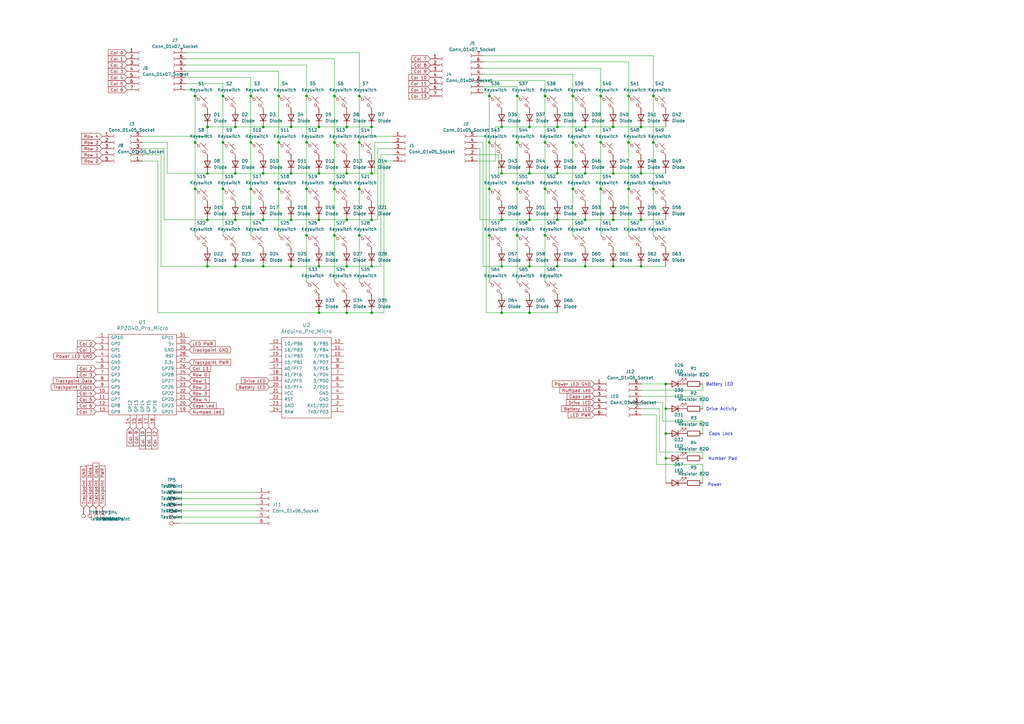
<source format=kicad_sch>
(kicad_sch (version 20250114) (generator "eeschema") (generator_version "9.0")
  (paper "A3")
  (text "Power" (at 293.116 198.882 0) (effects (font (size 1.27 1.27))))
  (text "Drive Activity" (at 295.91 167.894 0) (effects (font (size 1.27 1.27))))
  (text "Caps Lock" (at 295.656 178.054 0) (effects (font (size 1.27 1.27))))
  (text "Battery LED" (at 295.148 157.734 0) (effects (font (size 1.27 1.27))))
  (text "Number Pad" (at 296.418 188.214 0) (effects (font (size 1.27 1.27))))
  (junction (at 125.73 58.42))
  (junction (at 240.03 52.07))
  (junction (at 228.6 109.22))
  (junction (at 130.81 90.17))
  (junction (at 85.09 109.22))
  (junction (at 223.52 58.42))
  (junction (at 234.95 39.37))
  (junction (at 246.38 58.42))
  (junction (at 147.32 77.47))
  (junction (at 137.16 58.42))
  (junction (at 223.52 39.37))
  (junction (at 257.81 77.47))
  (junction (at 257.81 58.42))
  (junction (at 107.95 109.22))
  (junction (at 147.32 96.52))
  (junction (at 200.66 58.42))
  (junction (at 200.66 96.52))
  (junction (at 119.38 52.07))
  (junction (at 96.52 52.07))
  (junction (at 251.46 90.17))
  (junction (at 240.03 109.22))
  (junction (at 114.3 39.37))
  (junction (at 130.81 109.22))
  (junction (at 152.4 109.22))
  (junction (at 142.24 71.12))
  (junction (at 217.17 71.12))
  (junction (at 257.81 39.37))
  (junction (at 212.09 58.42))
  (junction (at 262.89 90.17))
  (junction (at 119.38 90.17))
  (junction (at 102.87 58.42))
  (junction (at 85.09 52.07))
  (junction (at 142.24 109.22))
  (junction (at 262.89 52.07))
  (junction (at 152.4 52.07))
  (junction (at 240.03 71.12))
  (junction (at 240.03 90.17))
  (junction (at 91.44 77.47))
  (junction (at 228.6 52.07))
  (junction (at 251.46 109.22))
  (junction (at 130.81 52.07))
  (junction (at 125.73 77.47))
  (junction (at 212.09 96.52))
  (junction (at 96.52 71.12))
  (junction (at 262.89 109.22))
  (junction (at 137.16 77.47))
  (junction (at 205.74 109.22))
  (junction (at 85.09 71.12))
  (junction (at 152.4 90.17))
  (junction (at 205.74 90.17))
  (junction (at 119.38 109.22))
  (junction (at 262.89 71.12))
  (junction (at 107.95 52.07))
  (junction (at 205.74 52.07))
  (junction (at 137.16 96.52))
  (junction (at 96.52 109.22))
  (junction (at 142.24 52.07))
  (junction (at 267.97 77.47))
  (junction (at 91.44 58.42))
  (junction (at 125.73 39.37))
  (junction (at 246.38 39.37))
  (junction (at 267.97 58.42))
  (junction (at 114.3 77.47))
  (junction (at 234.95 77.47))
  (junction (at 212.09 77.47))
  (junction (at 114.3 58.42))
  (junction (at 147.32 58.42))
  (junction (at 228.6 71.12))
  (junction (at 251.46 52.07))
  (junction (at 273.05 187.96))
  (junction (at 85.09 90.17))
  (junction (at 152.4 71.12))
  (junction (at 273.05 157.48))
  (junction (at 80.01 58.42))
  (junction (at 142.24 90.17))
  (junction (at 137.16 39.37))
  (junction (at 107.95 90.17))
  (junction (at 142.24 128.27))
  (junction (at 212.09 39.37))
  (junction (at 267.97 39.37))
  (junction (at 205.74 128.27))
  (junction (at 217.17 128.27))
  (junction (at 205.74 71.12))
  (junction (at 119.38 71.12))
  (junction (at 246.38 77.47))
  (junction (at 130.81 128.27))
  (junction (at 130.81 71.12))
  (junction (at 223.52 77.47))
  (junction (at 273.05 177.8))
  (junction (at 96.52 90.17))
  (junction (at 200.66 39.37))
  (junction (at 102.87 77.47))
  (junction (at 147.32 39.37))
  (junction (at 125.73 96.52))
  (junction (at 91.44 39.37))
  (junction (at 152.4 128.27))
  (junction (at 107.95 71.12))
  (junction (at 251.46 71.12))
  (junction (at 102.87 39.37))
  (junction (at 80.01 77.47))
  (junction (at 223.52 96.52))
  (junction (at 217.17 52.07))
  (junction (at 217.17 90.17))
  (junction (at 80.01 39.37))
  (junction (at 273.05 167.64))
  (junction (at 217.17 109.22))
  (junction (at 200.66 77.47))
  (junction (at 228.6 90.17))
  (junction (at 234.95 58.42))
  (wire (pts (xy 223.52 96.52) (xy 223.52 115.57)))
  (wire (pts (xy 73.66 201.93) (xy 105.41 201.93)))
  (wire (pts (xy 67.31 60.96) (xy 67.31 90.17)))
  (wire (pts (xy 152.4 90.17) (xy 154.94 90.17)))
  (wire (pts (xy 157.48 66.04) (xy 161.29 66.04)))
  (wire (pts (xy 257.81 58.42) (xy 257.81 77.47)))
  (wire (pts (xy 114.3 58.42) (xy 114.3 77.47)))
  (wire (pts (xy 142.24 109.22) (xy 152.4 109.22)))
  (wire (pts (xy 204.47 71.12) (xy 205.74 71.12)))
  (wire (pts (xy 195.58 66.04) (xy 203.2 66.04)))
  (wire (pts (xy 203.2 66.04) (xy 203.2 52.07)))
  (wire (pts (xy 273.05 157.48) (xy 273.05 167.64)))
  (wire (pts (xy 107.95 52.07) (xy 119.38 52.07)))
  (wire (pts (xy 130.81 128.27) (xy 142.24 128.27)))
  (wire (pts (xy 58.42 60.96) (xy 67.31 60.96)))
  (wire (pts (xy 119.38 52.07) (xy 130.81 52.07)))
  (wire (pts (xy 240.03 52.07) (xy 251.46 52.07)))
  (wire (pts (xy 142.24 128.27) (xy 152.4 128.27)))
  (wire (pts (xy 205.74 128.27) (xy 217.17 128.27)))
  (wire (pts (xy 234.95 30.48) (xy 234.95 39.37)))
  (wire (pts (xy 80.01 39.37) (xy 80.01 58.42)))
  (wire (pts (xy 85.09 52.07) (xy 96.52 52.07)))
  (wire (pts (xy 147.32 77.47) (xy 147.32 96.52)))
  (wire (pts (xy 119.38 90.17) (xy 130.81 90.17)))
  (wire (pts (xy 91.44 77.47) (xy 91.44 96.52)))
  (wire (pts (xy 212.09 58.42) (xy 212.09 77.47)))
  (wire (pts (xy 212.09 35.56) (xy 212.09 39.37)))
  (wire (pts (xy 273.05 177.8) (xy 273.05 187.96)))
  (wire (pts (xy 156.21 109.22) (xy 156.21 63.5)))
  (wire (pts (xy 96.52 90.17) (xy 107.95 90.17)))
  (wire (pts (xy 107.95 71.12) (xy 119.38 71.12)))
  (wire (pts (xy 199.39 55.88) (xy 199.39 128.27)))
  (wire (pts (xy 73.66 207.01) (xy 105.41 207.01)))
  (wire (pts (xy 152.4 52.07) (xy 152.4 55.88)))
  (wire (pts (xy 212.09 96.52) (xy 212.09 115.57)))
  (wire (pts (xy 267.97 39.37) (xy 267.97 58.42)))
  (wire (pts (xy 200.66 77.47) (xy 200.66 96.52)))
  (wire (pts (xy 234.95 58.42) (xy 234.95 77.47)))
  (wire (pts (xy 114.3 39.37) (xy 114.3 58.42)))
  (wire (pts (xy 198.12 109.22) (xy 205.74 109.22)))
  (wire (pts (xy 142.24 52.07) (xy 152.4 52.07)))
  (wire (pts (xy 223.52 58.42) (xy 223.52 77.47)))
  (wire (pts (xy 223.52 39.37) (xy 223.52 58.42)))
  (wire (pts (xy 91.44 39.37) (xy 91.44 58.42)))
  (wire (pts (xy 240.03 71.12) (xy 251.46 71.12)))
  (wire (pts (xy 107.95 109.22) (xy 119.38 109.22)))
  (wire (pts (xy 262.89 71.12) (xy 273.05 71.12)))
  (wire (pts (xy 157.48 128.27) (xy 157.48 66.04)))
  (wire (pts (xy 262.89 165.1) (xy 271.78 165.1)))
  (wire (pts (xy 102.87 31.75) (xy 102.87 39.37)))
  (wire (pts (xy 107.95 90.17) (xy 119.38 90.17)))
  (wire (pts (xy 228.6 90.17) (xy 240.03 90.17)))
  (wire (pts (xy 58.42 66.04) (xy 64.77 66.04)))
  (wire (pts (xy 262.89 167.64) (xy 270.51 167.64)))
  (wire (pts (xy 199.39 128.27) (xy 205.74 128.27)))
  (wire (pts (xy 212.09 77.47) (xy 212.09 96.52)))
  (wire (pts (xy 137.16 96.52) (xy 137.16 115.57)))
  (wire (pts (xy 205.74 90.17) (xy 217.17 90.17)))
  (wire (pts (xy 119.38 71.12) (xy 130.81 71.12)))
  (wire (pts (xy 262.89 90.17) (xy 273.05 90.17)))
  (wire (pts (xy 200.66 38.1) (xy 200.66 39.37)))
  (wire (pts (xy 198.12 38.1) (xy 200.66 38.1)))
  (wire (pts (xy 205.74 71.12) (xy 217.17 71.12)))
  (wire (pts (xy 251.46 90.17) (xy 262.89 90.17)))
  (wire (pts (xy 147.32 96.52) (xy 147.32 115.57)))
  (wire (pts (xy 156.21 63.5) (xy 161.29 63.5)))
  (wire (pts (xy 154.94 90.17) (xy 154.94 60.96)))
  (wire (pts (xy 246.38 39.37) (xy 246.38 58.42)))
  (wire (pts (xy 76.2 34.29) (xy 91.44 34.29)))
  (wire (pts (xy 142.24 90.17) (xy 152.4 90.17)))
  (wire (pts (xy 212.09 39.37) (xy 212.09 58.42)))
  (wire (pts (xy 198.12 58.42) (xy 198.12 109.22)))
  (wire (pts (xy 67.31 90.17) (xy 85.09 90.17)))
  (wire (pts (xy 273.05 187.96) (xy 273.05 198.12)))
  (wire (pts (xy 262.89 157.48) (xy 273.05 157.48)))
  (wire (pts (xy 271.78 172.72) (xy 288.29 172.72)))
  (wire (pts (xy 205.74 52.07) (xy 217.17 52.07)))
  (wire (pts (xy 130.81 109.22) (xy 142.24 109.22)))
  (wire (pts (xy 125.73 39.37) (xy 125.73 58.42)))
  (wire (pts (xy 234.95 77.47) (xy 234.95 96.52)))
  (wire (pts (xy 142.24 71.12) (xy 152.4 71.12)))
  (wire (pts (xy 96.52 71.12) (xy 107.95 71.12)))
  (wire (pts (xy 147.32 21.59) (xy 147.32 39.37)))
  (wire (pts (xy 76.2 31.75) (xy 102.87 31.75)))
  (wire (pts (xy 257.81 25.4) (xy 257.81 39.37)))
  (wire (pts (xy 137.16 58.42) (xy 137.16 77.47)))
  (wire (pts (xy 152.4 55.88) (xy 161.29 55.88)))
  (wire (pts (xy 76.2 26.67) (xy 125.73 26.67)))
  (wire (pts (xy 102.87 77.47) (xy 102.87 96.52)))
  (wire (pts (xy 137.16 39.37) (xy 137.16 58.42)))
  (wire (pts (xy 217.17 90.17) (xy 228.6 90.17)))
  (wire (pts (xy 257.81 39.37) (xy 257.81 58.42)))
  (wire (pts (xy 198.12 25.4) (xy 257.81 25.4)))
  (wire (pts (xy 271.78 165.1) (xy 271.78 172.72)))
  (wire (pts (xy 85.09 90.17) (xy 96.52 90.17)))
  (wire (pts (xy 195.58 58.42) (xy 198.12 58.42)))
  (wire (pts (xy 196.85 60.96) (xy 196.85 90.17)))
  (wire (pts (xy 204.47 63.5) (xy 204.47 71.12)))
  (wire (pts (xy 153.67 71.12) (xy 153.67 58.42)))
  (wire (pts (xy 147.32 39.37) (xy 147.32 58.42)))
  (wire (pts (xy 125.73 77.47) (xy 125.73 96.52)))
  (wire (pts (xy 228.6 109.22) (xy 240.03 109.22)))
  (wire (pts (xy 273.05 167.64) (xy 273.05 177.8)))
  (wire (pts (xy 58.42 63.5) (xy 66.04 63.5)))
  (wire (pts (xy 267.97 58.42) (xy 267.97 77.47)))
  (wire (pts (xy 228.6 52.07) (xy 240.03 52.07)))
  (wire (pts (xy 200.66 96.52) (xy 200.66 115.57)))
  (wire (pts (xy 76.2 29.21) (xy 114.3 29.21)))
  (wire (pts (xy 58.42 55.88) (xy 85.09 55.88)))
  (wire (pts (xy 198.12 27.94) (xy 246.38 27.94)))
  (wire (pts (xy 80.01 58.42) (xy 80.01 77.47)))
  (wire (pts (xy 66.04 63.5) (xy 66.04 109.22)))
  (wire (pts (xy 288.29 157.48) (xy 288.29 160.02)))
  (wire (pts (xy 195.58 55.88) (xy 199.39 55.88)))
  (wire (pts (xy 91.44 58.42) (xy 91.44 77.47)))
  (wire (pts (xy 246.38 77.47) (xy 246.38 96.52)))
  (wire (pts (xy 240.03 109.22) (xy 251.46 109.22)))
  (wire (pts (xy 205.74 109.22) (xy 217.17 109.22)))
  (wire (pts (xy 64.77 66.04) (xy 64.77 128.27)))
  (wire (pts (xy 114.3 77.47) (xy 114.3 96.52)))
  (wire (pts (xy 68.58 71.12) (xy 85.09 71.12)))
  (wire (pts (xy 198.12 33.02) (xy 223.52 33.02)))
  (wire (pts (xy 200.66 39.37) (xy 200.66 58.42)))
  (wire (pts (xy 262.89 160.02) (xy 288.29 160.02)))
  (wire (pts (xy 80.01 36.83) (xy 80.01 39.37)))
  (wire (pts (xy 257.81 77.47) (xy 257.81 96.52)))
  (wire (pts (xy 152.4 128.27) (xy 157.48 128.27)))
  (wire (pts (xy 288.29 190.5) (xy 288.29 198.12)))
  (wire (pts (xy 85.09 55.88) (xy 85.09 52.07)))
  (wire (pts (xy 246.38 27.94) (xy 246.38 39.37)))
  (wire (pts (xy 198.12 30.48) (xy 234.95 30.48)))
  (wire (pts (xy 262.89 52.07) (xy 273.05 52.07)))
  (wire (pts (xy 96.52 52.07) (xy 107.95 52.07)))
  (wire (pts (xy 288.29 185.42) (xy 288.29 187.96)))
  (wire (pts (xy 102.87 58.42) (xy 102.87 77.47)))
  (wire (pts (xy 125.73 58.42) (xy 125.73 77.47)))
  (wire (pts (xy 137.16 24.13) (xy 137.16 39.37)))
  (wire (pts (xy 270.51 185.42) (xy 288.29 185.42)))
  (wire (pts (xy 85.09 71.12) (xy 96.52 71.12)))
  (wire (pts (xy 137.16 77.47) (xy 137.16 96.52)))
  (wire (pts (xy 217.17 128.27) (xy 228.6 128.27)))
  (wire (pts (xy 262.89 162.56) (xy 288.29 162.56)))
  (wire (pts (xy 262.89 109.22) (xy 273.05 109.22)))
  (wire (pts (xy 223.52 77.47) (xy 223.52 96.52)))
  (wire (pts (xy 125.73 96.52) (xy 125.73 115.57)))
  (wire (pts (xy 125.73 26.67) (xy 125.73 39.37)))
  (wire (pts (xy 251.46 71.12) (xy 262.89 71.12)))
  (wire (pts (xy 269.24 190.5) (xy 288.29 190.5)))
  (wire (pts (xy 195.58 60.96) (xy 196.85 60.96)))
  (wire (pts (xy 200.66 58.42) (xy 200.66 77.47)))
  (wire (pts (xy 251.46 109.22) (xy 262.89 109.22)))
  (wire (pts (xy 196.85 90.17) (xy 205.74 90.17)))
  (wire (pts (xy 76.2 36.83) (xy 80.01 36.83)))
  (wire (pts (xy 203.2 52.07) (xy 205.74 52.07)))
  (wire (pts (xy 64.77 128.27) (xy 130.81 128.27)))
  (wire (pts (xy 198.12 22.86) (xy 267.97 22.86)))
  (wire (pts (xy 269.24 170.18) (xy 269.24 190.5)))
  (wire (pts (xy 228.6 71.12) (xy 240.03 71.12)))
  (wire (pts (xy 234.95 39.37) (xy 234.95 58.42)))
  (wire (pts (xy 147.32 58.42) (xy 147.32 77.47)))
  (wire (pts (xy 119.38 109.22) (xy 130.81 109.22)))
  (wire (pts (xy 217.17 52.07) (xy 228.6 52.07)))
  (wire (pts (xy 217.17 109.22) (xy 228.6 109.22)))
  (wire (pts (xy 195.58 63.5) (xy 204.47 63.5)))
  (wire (pts (xy 154.94 60.96) (xy 161.29 60.96)))
  (wire (pts (xy 130.81 90.17) (xy 142.24 90.17)))
  (wire (pts (xy 102.87 39.37) (xy 102.87 58.42)))
  (wire (pts (xy 240.03 90.17) (xy 251.46 90.17)))
  (wire (pts (xy 73.66 214.63) (xy 105.41 214.63)))
  (wire (pts (xy 152.4 109.22) (xy 156.21 109.22)))
  (wire (pts (xy 76.2 21.59) (xy 147.32 21.59)))
  (wire (pts (xy 246.38 58.42) (xy 246.38 77.47)))
  (wire (pts (xy 68.58 58.42) (xy 68.58 71.12)))
  (wire (pts (xy 130.81 71.12) (xy 142.24 71.12)))
  (wire (pts (xy 91.44 34.29) (xy 91.44 39.37)))
  (wire (pts (xy 76.2 24.13) (xy 137.16 24.13)))
  (wire (pts (xy 80.01 77.47) (xy 80.01 96.52)))
  (wire (pts (xy 73.66 212.09) (xy 105.41 212.09)))
  (wire (pts (xy 58.42 58.42) (xy 68.58 58.42)))
  (wire (pts (xy 267.97 77.47) (xy 267.97 96.52)))
  (wire (pts (xy 251.46 52.07) (xy 262.89 52.07)))
  (wire (pts (xy 130.81 52.07) (xy 142.24 52.07)))
  (wire (pts (xy 262.89 170.18) (xy 269.24 170.18)))
  (wire (pts (xy 217.17 71.12) (xy 228.6 71.12)))
  (wire (pts (xy 198.12 35.56) (xy 212.09 35.56)))
  (wire (pts (xy 66.04 109.22) (xy 85.09 109.22)))
  (wire (pts (xy 85.09 109.22) (xy 96.52 109.22)))
  (wire (pts (xy 288.29 162.56) (xy 288.29 167.64)))
  (wire (pts (xy 223.52 33.02) (xy 223.52 39.37)))
  (wire (pts (xy 96.52 109.22) (xy 107.95 109.22)))
  (wire (pts (xy 73.66 204.47) (xy 105.41 204.47)))
  (wire (pts (xy 114.3 29.21) (xy 114.3 39.37)))
  (wire (pts (xy 267.97 22.86) (xy 267.97 39.37)))
  (wire (pts (xy 73.66 209.55) (xy 105.41 209.55)))
  (wire (pts (xy 152.4 71.12) (xy 153.67 71.12)))
  (wire (pts (xy 270.51 167.64) (xy 270.51 185.42)))
  (wire (pts (xy 288.29 172.72) (xy 288.29 177.8)))
  (wire (pts (xy 153.67 58.42) (xy 161.29 58.42)))
  (global_label "Drive LED" (shape input) (at 110.49 156.21 180) (property "Intersheetrefs" "${INTERSHEET_REFS}" (effects (hide yes))))
  (global_label "Col 0" (shape input) (at 39.37 140.97 180) (property "Intersheetrefs" "${INTERSHEET_REFS}" (effects (hide yes))))
  (global_label "Col 2" (shape input) (at 52.07 26.67 180) (property "Intersheetrefs" "${INTERSHEET_REFS}" (effects (hide yes))))
  (global_label "Col 6" (shape input) (at 52.07 36.83 180) (property "Intersheetrefs" "${INTERSHEET_REFS}" (effects (hide yes))))
  (global_label "Trackpoint Clock" (shape input) (at 39.37 208.28 90) (property "Intersheetrefs" "${INTERSHEET_REFS}" (effects (hide yes))))
  (global_label "Row 4" (shape input) (at 41.91 55.88 180) (property "Intersheetrefs" "${INTERSHEET_REFS}" (effects (hide yes))))
  (global_label "Col 9" (shape input) (at 176.53 29.21 180) (property "Intersheetrefs" "${INTERSHEET_REFS}" (effects (hide yes))))
  (global_label "Row 2" (shape input) (at 77.47 158.75 0) (property "Intersheetrefs" "${INTERSHEET_REFS}" (effects (hide yes))))
  (global_label "Trackpoint Clock" (shape input) (at 39.37 158.75 180) (property "Intersheetrefs" "${INTERSHEET_REFS}" (effects (hide yes))))
  (global_label "Numpad Led" (shape input) (at 77.47 168.91 0) (property "Intersheetrefs" "${INTERSHEET_REFS}" (effects (hide yes))))
  (global_label "LED PWR" (shape input) (at 243.84 170.18 180) (property "Intersheetrefs" "${INTERSHEET_REFS}" (effects (hide yes))))
  (global_label "Col 8" (shape input) (at 53.34 175.26 270) (property "Intersheetrefs" "${INTERSHEET_REFS}" (effects (hide yes))))
  (global_label "Col 1" (shape input) (at 39.37 143.51 180) (property "Intersheetrefs" "${INTERSHEET_REFS}" (effects (hide yes))))
  (global_label "Trackpoint PWR" (shape input) (at 41.91 208.28 90) (property "Intersheetrefs" "${INTERSHEET_REFS}" (effects (hide yes))))
  (global_label "Row 3" (shape input) (at 77.47 161.29 0) (property "Intersheetrefs" "${INTERSHEET_REFS}" (effects (hide yes))))
  (global_label "Col 0" (shape input) (at 52.07 21.59 180) (property "Intersheetrefs" "${INTERSHEET_REFS}" (effects (hide yes))))
  (global_label "Col 2" (shape input) (at 39.37 151.13 180) (property "Intersheetrefs" "${INTERSHEET_REFS}" (effects (hide yes))))
  (global_label "Row 4" (shape input) (at 77.47 163.83 0) (property "Intersheetrefs" "${INTERSHEET_REFS}" (effects (hide yes))))
  (global_label "Col 7" (shape input) (at 39.37 168.91 180) (property "Intersheetrefs" "${INTERSHEET_REFS}" (effects (hide yes))))
  (global_label "Trackpoint GND" (shape input) (at 34.29 208.28 90) (property "Intersheetrefs" "${INTERSHEET_REFS}" (effects (hide yes))))
  (global_label "Row 1" (shape input) (at 77.47 156.21 0) (property "Intersheetrefs" "${INTERSHEET_REFS}" (effects (hide yes))))
  (global_label "Col 1" (shape input) (at 52.07 24.13 180) (property "Intersheetrefs" "${INTERSHEET_REFS}" (effects (hide yes))))
  (global_label "Trackpoint Data" (shape input) (at 39.37 156.21 180) (property "Intersheetrefs" "${INTERSHEET_REFS}" (effects (hide yes))))
  (global_label "Col 4" (shape input) (at 52.07 31.75 180) (property "Intersheetrefs" "${INTERSHEET_REFS}" (effects (hide yes))))
  (global_label "Trackpoint GND" (shape input) (at 77.47 143.51 0) (property "Intersheetrefs" "${INTERSHEET_REFS}" (effects (hide yes))))
  (global_label "Col 6" (shape input) (at 39.37 166.37 180) (property "Intersheetrefs" "${INTERSHEET_REFS}" (effects (hide yes))))
  (global_label "Row 3" (shape input) (at 41.91 58.42 180) (property "Intersheetrefs" "${INTERSHEET_REFS}" (effects (hide yes))))
  (global_label "Col 5" (shape input) (at 52.07 34.29 180) (property "Intersheetrefs" "${INTERSHEET_REFS}" (effects (hide yes))))
  (global_label "Power LED GND" (shape input) (at 39.37 146.05 180) (property "Intersheetrefs" "${INTERSHEET_REFS}" (effects (hide yes))))
  (global_label "Col 13" (shape input) (at 77.47 151.13 0) (property "Intersheetrefs" "${INTERSHEET_REFS}" (effects (hide yes))))
  (global_label "Col 7" (shape input) (at 176.53 24.13 180) (property "Intersheetrefs" "${INTERSHEET_REFS}" (effects (hide yes))))
  (global_label "Col 11" (shape input) (at 176.53 34.29 180) (property "Intersheetrefs" "${INTERSHEET_REFS}" (effects (hide yes))))
  (global_label "Battery LED" (shape input) (at 110.49 158.75 180) (property "Intersheetrefs" "${INTERSHEET_REFS}" (effects (hide yes))))
  (global_label "LED PWR" (shape input) (at 77.47 140.97 0) (property "Intersheetrefs" "${INTERSHEET_REFS}" (effects (hide yes))))
  (global_label "Col 3" (shape input) (at 39.37 153.67 180) (property "Intersheetrefs" "${INTERSHEET_REFS}" (effects (hide yes))))
  (global_label "Col 8" (shape input) (at 176.53 26.67 180) (property "Intersheetrefs" "${INTERSHEET_REFS}" (effects (hide yes))))
  (global_label "Col 4" (shape input) (at 39.37 161.29 180) (property "Intersheetrefs" "${INTERSHEET_REFS}" (effects (hide yes))))
  (global_label "Col 10" (shape input) (at 176.53 31.75 180) (property "Intersheetrefs" "${INTERSHEET_REFS}" (effects (hide yes))))
  (global_label "Trackpoint Data" (shape input) (at 36.83 208.28 90) (property "Intersheetrefs" "${INTERSHEET_REFS}" (effects (hide yes))))
  (global_label "Power LED GND" (shape input) (at 243.84 157.48 180) (property "Intersheetrefs" "${INTERSHEET_REFS}" (effects (hide yes))))
  (global_label "Drive LED" (shape input) (at 243.84 165.1 180) (property "Intersheetrefs" "${INTERSHEET_REFS}" (effects (hide yes))))
  (global_label "Col 10" (shape input) (at 58.42 175.26 270) (property "Intersheetrefs" "${INTERSHEET_REFS}" (effects (hide yes))))
  (global_label "Trackpoint PWR" (shape input) (at 77.47 148.59 0) (property "Intersheetrefs" "${INTERSHEET_REFS}" (effects (hide yes))))
  (global_label "Col 5" (shape input) (at 39.37 163.83 180) (property "Intersheetrefs" "${INTERSHEET_REFS}" (effects (hide yes))))
  (global_label "Col 12" (shape input) (at 176.53 36.83 180) (property "Intersheetrefs" "${INTERSHEET_REFS}" (effects (hide yes))))
  (global_label "Row 1" (shape input) (at 41.91 63.5 180) (property "Intersheetrefs" "${INTERSHEET_REFS}" (effects (hide yes))))
  (global_label "Col 13" (shape input) (at 176.53 39.37 180) (property "Intersheetrefs" "${INTERSHEET_REFS}" (effects (hide yes))))
  (global_label "Col 12" (shape input) (at 63.5 175.26 270) (property "Intersheetrefs" "${INTERSHEET_REFS}" (effects (hide yes))))
  (global_label "Battery LED" (shape input) (at 243.84 167.64 180) (property "Intersheetrefs" "${INTERSHEET_REFS}" (effects (hide yes))))
  (global_label "Row 0" (shape input) (at 41.91 66.04 180) (property "Intersheetrefs" "${INTERSHEET_REFS}" (effects (hide yes))))
  (global_label "Col 11" (shape input) (at 60.96 175.26 270) (property "Intersheetrefs" "${INTERSHEET_REFS}" (effects (hide yes))))
  (global_label "Row 0" (shape input) (at 77.47 153.67 0) (property "Intersheetrefs" "${INTERSHEET_REFS}" (effects (hide yes))))
  (global_label "Col 3" (shape input) (at 52.07 29.21 180) (property "Intersheetrefs" "${INTERSHEET_REFS}" (effects (hide yes))))
  (global_label "Caps Led" (shape input) (at 77.47 166.37 0) (property "Intersheetrefs" "${INTERSHEET_REFS}" (effects (hide yes))))
  (global_label "Row 2" (shape input) (at 41.91 60.96 180) (property "Intersheetrefs" "${INTERSHEET_REFS}" (effects (hide yes))))
  (global_label "Col 9" (shape input) (at 55.88 175.26 270) (property "Intersheetrefs" "${INTERSHEET_REFS}" (effects (hide yes))))
  (global_label "Numpad Led" (shape input) (at 243.84 160.02 180) (property "Intersheetrefs" "${INTERSHEET_REFS}" (effects (hide yes))))
  (global_label "Caps Led" (shape input) (at 243.84 162.56 180) (property "Intersheetrefs" "${INTERSHEET_REFS}" (effects (hide yes))))
  (symbol (lib_id "ScottoKeebs:Placeholder_Keyswitch") (at 260.35 41.91 0) (unit 1)
    (property "Reference" "S41" (at 260.35 34.29 0))
    (property "Value" "Keyswitch" (at 260.35 36.83 0))
    (property "Footprint" "ScottoKeebs_Choc:Choc_V1V2_1.00u" (effects (hide yes)))
    (property "Description" "Push button switch, normally open, two pins, 45° tilted" (effects (hide yes)))
  )
  (symbol (lib_id "ScottoKeebs:Placeholder_Keyswitch") (at 248.92 80.01 0) (unit 1)
    (property "Reference" "S54" (at 248.92 72.39 0))
    (property "Value" "Keyswitch" (at 248.92 74.93 0))
    (property "Footprint" "ScottoKeebs_Choc:Choc_V1V2_1.00u" (effects (hide yes)))
    (property "Description" "Push button switch, normally open, two pins, 45° tilted" (effects (hide yes)))
  )
  (symbol (lib_id "ScottoKeebs:Placeholder_Keyswitch") (at 149.86 118.11 0) (unit 1)
    (property "Reference" "S35" (at 149.86 110.49 0))
    (property "Value" "Keyswitch" (at 149.86 113.03 0))
    (property "Footprint" "ScottoKeebs_Choc:Choc_V1V2_1.00u" (effects (hide yes)))
    (property "Description" "Push button switch, normally open, two pins, 45° tilted" (effects (hide yes)))
  )
  (symbol (lib_id "ScottoKeebs:Placeholder_Keyswitch") (at 270.51 41.91 0) (unit 1)
    (property "Reference" "S42" (at 270.51 34.29 0))
    (property "Value" "Keyswitch" (at 270.51 36.83 0))
    (property "Footprint" "ScottoKeebs_Choc:Choc_V1V2_1.00u" (effects (hide yes)))
    (property "Description" "Push button switch, normally open, two pins, 45° tilted" (effects (hide yes)))
  )
  (symbol (lib_id "ScottoKeebs:Placeholder_Keyswitch") (at 214.63 80.01 0) (unit 1)
    (property "Reference" "S51" (at 214.63 72.39 0))
    (property "Value" "Keyswitch" (at 214.63 74.93 0))
    (property "Footprint" "ScottoKeebs_Choc:Choc_V1V2_1.00u" (effects (hide yes)))
    (property "Description" "Push button switch, normally open, two pins, 45° tilted" (effects (hide yes)))
  )
  (symbol (lib_id "ScottoKeebs:Placeholder_Keyswitch") (at 260.35 60.96 0) (unit 1)
    (property "Reference" "S48" (at 260.35 53.34 0))
    (property "Value" "Keyswitch" (at 260.35 55.88 0))
    (property "Footprint" "ScottoKeebs_Choc:Choc_V1V2_1.00u" (effects (hide yes)))
    (property "Description" "Push button switch, normally open, two pins, 45° tilted" (effects (hide yes)))
  )
  (symbol (lib_id "ScottoKeebs:Placeholder_Diode") (at 152.4 86.36 90) (unit 1)
    (property "Reference" "D21" (at 154.94 85.0899 90) (effects (justify right)))
    (property "Value" "Diode" (at 154.94 87.6299 90) (effects (justify right)))
    (property "Footprint" "ScottoKeebs_Components:Diode_SOD-123" (effects (hide yes)))
    (property "Description" "1N4148 (DO-35) or 1N4148W (SOD-123)" (effects (hide yes)))
    (property "Sim.Device" "D" (effects (hide yes)))
    (property "Sim.Pins" "1=K 2=A" (effects (hide yes)))
  )
  (symbol (lib_id "ScottoKeebs:Placeholder_Keyswitch") (at 237.49 41.91 0) (unit 1)
    (property "Reference" "S39" (at 237.49 34.29 0))
    (property "Value" "Keyswitch" (at 237.49 36.83 0))
    (property "Footprint" "ScottoKeebs_Choc:Choc_V1V2_1.00u" (effects (hide yes)))
    (property "Description" "Push button switch, normally open, two pins, 45° tilted" (effects (hide yes)))
  )
  (symbol (lib_id "ScottoKeebs:Placeholder_Keyswitch") (at 82.55 60.96 0) (unit 1)
    (property "Reference" "S8" (at 82.55 53.34 0))
    (property "Value" "Keyswitch" (at 82.55 55.88 0))
    (property "Footprint" "ScottoKeebs_Choc:Choc_V1V2_1.00u" (effects (hide yes)))
    (property "Description" "Push button switch, normally open, two pins, 45° tilted" (effects (hide yes)))
  )
  (symbol (lib_id "ScottoKeebs:Placeholder_Keyswitch") (at 203.2 80.01 0) (unit 1)
    (property "Reference" "S50" (at 203.2 72.39 0))
    (property "Value" "Keyswitch" (at 203.2 74.93 0))
    (property "Footprint" "ScottoKeebs_Choc:Choc_V1V2_1.00u" (effects (hide yes)))
    (property "Description" "Push button switch, normally open, two pins, 45° tilted" (effects (hide yes)))
  )
  (symbol (lib_id "ScottoKeebs:Placeholder_Keyswitch") (at 105.41 80.01 0) (unit 1)
    (property "Reference" "S17" (at 105.41 72.39 0))
    (property "Value" "Keyswitch" (at 105.41 74.93 0))
    (property "Footprint" "ScottoKeebs_Choc:Choc_V1V2_1.00u" (effects (hide yes)))
    (property "Description" "Push button switch, normally open, two pins, 45° tilted" (effects (hide yes)))
  )
  (symbol (lib_id "ScottoKeebs:Placeholder_Diode") (at 262.89 105.41 90) (unit 1)
    (property "Reference" "D62" (at 265.43 104.1399 90) (effects (justify right)))
    (property "Value" "Diode" (at 265.43 106.6799 90) (effects (justify right)))
    (property "Footprint" "ScottoKeebs_Components:Diode_SOD-123" (effects (hide yes)))
    (property "Description" "1N4148 (DO-35) or 1N4148W (SOD-123)" (effects (hide yes)))
    (property "Sim.Device" "D" (effects (hide yes)))
    (property "Sim.Pins" "1=K 2=A" (effects (hide yes)))
  )
  (symbol (lib_id "ScottoKeebs:Placeholder_Diode") (at 228.6 105.41 90) (unit 1)
    (property "Reference" "D59" (at 231.14 104.1399 90) (effects (justify right)))
    (property "Value" "Diode" (at 231.14 106.6799 90) (effects (justify right)))
    (property "Footprint" "ScottoKeebs_Components:Diode_SOD-123" (effects (hide yes)))
    (property "Description" "1N4148 (DO-35) or 1N4148W (SOD-123)" (effects (hide yes)))
    (property "Sim.Device" "D" (effects (hide yes)))
    (property "Sim.Pins" "1=K 2=A" (effects (hide yes)))
  )
  (symbol (lib_id "ScottoKeebs:Placeholder_Keyswitch") (at 139.7 99.06 0) (unit 1)
    (property "Reference" "S27" (at 139.7 91.44 0))
    (property "Value" "Keyswitch" (at 139.7 93.98 0))
    (property "Footprint" "ScottoKeebs_Choc:Choc_V1V2_1.00u" (effects (hide yes)))
    (property "Description" "Push button switch, normally open, two pins, 45° tilted" (effects (hide yes)))
  )
  (symbol (lib_id "ScottoKeebs:Placeholder_Diode") (at 251.46 86.36 90) (unit 1)
    (property "Reference" "D54" (at 254 85.0899 90) (effects (justify right)))
    (property "Value" "Diode" (at 254 87.6299 90) (effects (justify right)))
    (property "Footprint" "ScottoKeebs_Components:Diode_SOD-123" (effects (hide yes)))
    (property "Description" "1N4148 (DO-35) or 1N4148W (SOD-123)" (effects (hide yes)))
    (property "Sim.Device" "D" (effects (hide yes)))
    (property "Sim.Pins" "1=K 2=A" (effects (hide yes)))
  )
  (symbol (lib_id "ScottoKeebs:Placeholder_Diode") (at 119.38 48.26 90) (unit 1)
    (property "Reference" "D4" (at 121.92 46.9899 90) (effects (justify right)))
    (property "Value" "Diode" (at 121.92 49.5299 90) (effects (justify right)))
    (property "Footprint" "ScottoKeebs_Components:Diode_SOD-123" (effects (hide yes)))
    (property "Description" "1N4148 (DO-35) or 1N4148W (SOD-123)" (effects (hide yes)))
    (property "Sim.Device" "D" (effects (hide yes)))
    (property "Sim.Pins" "1=K 2=A" (effects (hide yes)))
  )
  (symbol (lib_id "ScottoKeebs:Placeholder_Diode") (at 96.52 105.41 90) (unit 1)
    (property "Reference" "D23" (at 99.06 104.1399 90) (effects (justify right)))
    (property "Value" "Diode" (at 99.06 106.6799 90) (effects (justify right)))
    (property "Footprint" "ScottoKeebs_Components:Diode_SOD-123" (effects (hide yes)))
    (property "Description" "1N4148 (DO-35) or 1N4148W (SOD-123)" (effects (hide yes)))
    (property "Sim.Device" "D" (effects (hide yes)))
    (property "Sim.Pins" "1=K 2=A" (effects (hide yes)))
  )
  (symbol (lib_id "ScottoKeebs:Placeholder_Resistor") (at 284.48 167.64 0) (unit 1)
    (property "Reference" "R2" (at 284.48 161.29 0))
    (property "Value" "Resistor 82Ω" (at 284.48 163.83 0))
    (property "Footprint" "Resistor_THT:R_Axial_DIN0207_L6.3mm_D2.5mm_P7.62mm_Horizontal" (effects (hide yes)))
    (property "Description" "Resistor" (effects (hide yes)))
  )
  (symbol (lib_id "ScottoKeebs:Placeholder_Keyswitch") (at 128.27 80.01 0) (unit 1)
    (property "Reference" "S19" (at 128.27 72.39 0))
    (property "Value" "Keyswitch" (at 128.27 74.93 0))
    (property "Footprint" "ScottoKeebs_Choc:Choc_V1V2_1.00u" (effects (hide yes)))
    (property "Description" "Push button switch, normally open, two pins, 45° tilted" (effects (hide yes)))
  )
  (symbol (lib_id "ScottoKeebs:Placeholder_Keyswitch") (at 203.2 41.91 0) (unit 1)
    (property "Reference" "S36" (at 203.2 34.29 0))
    (property "Value" "Keyswitch" (at 203.2 36.83 0))
    (property "Footprint" "ScottoKeebs_Choc:Choc_V1V2_1.00u" (effects (hide yes)))
    (property "Description" "Push button switch, normally open, two pins, 45° tilted" (effects (hide yes)))
  )
  (symbol (lib_id "ScottoKeebs:Placeholder_Keyswitch") (at 116.84 80.01 0) (unit 1)
    (property "Reference" "S18" (at 116.84 72.39 0))
    (property "Value" "Keyswitch" (at 116.84 74.93 0))
    (property "Footprint" "ScottoKeebs_Choc:Choc_V1V2_1.00u" (effects (hide yes)))
    (property "Description" "Push button switch, normally open, two pins, 45° tilted" (effects (hide yes)))
  )
  (symbol (lib_id "ScottoKeebs:Placeholder_Diode") (at 205.74 48.26 90) (unit 1)
    (property "Reference" "D36" (at 208.28 46.9899 90) (effects (justify right)))
    (property "Value" "Diode" (at 208.28 49.5299 90) (effects (justify right)))
    (property "Footprint" "ScottoKeebs_Components:Diode_SOD-123" (effects (hide yes)))
    (property "Description" "1N4148 (DO-35) or 1N4148W (SOD-123)" (effects (hide yes)))
    (property "Sim.Device" "D" (effects (hide yes)))
    (property "Sim.Pins" "1=K 2=A" (effects (hide yes)))
  )
  (symbol (lib_id "ScottoKeebs:Placeholder_Keyswitch") (at 203.2 99.06 0) (unit 1)
    (property "Reference" "S57" (at 203.2 91.44 0))
    (property "Value" "Keyswitch" (at 203.2 93.98 0))
    (property "Footprint" "ScottoKeebs_Choc:Choc_V1V2_1.00u" (effects (hide yes)))
    (property "Description" "Push button switch, normally open, two pins, 45° tilted" (effects (hide yes)))
  )
  (symbol (lib_id "ScottoKeebs:Placeholder_Keyswitch") (at 214.63 99.06 0) (unit 1)
    (property "Reference" "S58" (at 214.63 91.44 0))
    (property "Value" "Keyswitch" (at 214.63 93.98 0))
    (property "Footprint" "ScottoKeebs_Choc:Choc_V1V2_1.00u" (effects (hide yes)))
    (property "Description" "Push button switch, normally open, two pins, 45° tilted" (effects (hide yes)))
  )
  (symbol (lib_id "ScottoKeebs:Placeholder_Diode") (at 130.81 67.31 90) (unit 1)
    (property "Reference" "D12" (at 133.35 66.0399 90) (effects (justify right)))
    (property "Value" "Diode" (at 133.35 68.5799 90) (effects (justify right)))
    (property "Footprint" "ScottoKeebs_Components:Diode_SOD-123" (effects (hide yes)))
    (property "Description" "1N4148 (DO-35) or 1N4148W (SOD-123)" (effects (hide yes)))
    (property "Sim.Device" "D" (effects (hide yes)))
    (property "Sim.Pins" "1=K 2=A" (effects (hide yes)))
  )
  (symbol (lib_id "ScottoKeebs:Placeholder_Diode") (at 228.6 67.31 90) (unit 1)
    (property "Reference" "D45" (at 231.14 66.0399 90) (effects (justify right)))
    (property "Value" "Diode" (at 231.14 68.5799 90) (effects (justify right)))
    (property "Footprint" "ScottoKeebs_Components:Diode_SOD-123" (effects (hide yes)))
    (property "Description" "1N4148 (DO-35) or 1N4148W (SOD-123)" (effects (hide yes)))
    (property "Sim.Device" "D" (effects (hide yes)))
    (property "Sim.Pins" "1=K 2=A" (effects (hide yes)))
  )
  (symbol (lib_id "ScottoKeebs:Placeholder_Keyswitch") (at 139.7 60.96 0) (unit 1)
    (property "Reference" "S13" (at 139.7 53.34 0))
    (property "Value" "Keyswitch" (at 139.7 55.88 0))
    (property "Footprint" "ScottoKeebs_Choc:Choc_V1V2_1.00u" (effects (hide yes)))
    (property "Description" "Push button switch, normally open, two pins, 45° tilted" (effects (hide yes)))
  )
  (symbol (lib_id "ScottoKeebs:Placeholder_Diode") (at 107.95 105.41 90) (unit 1)
    (property "Reference" "D24" (at 110.49 104.1399 90) (effects (justify right)))
    (property "Value" "Diode" (at 110.49 106.6799 90) (effects (justify right)))
    (property "Footprint" "ScottoKeebs_Components:Diode_SOD-123" (effects (hide yes)))
    (property "Description" "1N4148 (DO-35) or 1N4148W (SOD-123)" (effects (hide yes)))
    (property "Sim.Device" "D" (effects (hide yes)))
    (property "Sim.Pins" "1=K 2=A" (effects (hide yes)))
  )
  (symbol (lib_id "ScottoKeebs:Placeholder_Keyswitch") (at 128.27 118.11 0) (unit 1)
    (property "Reference" "S33" (at 128.27 110.49 0))
    (property "Value" "Keyswitch" (at 128.27 113.03 0))
    (property "Footprint" "ScottoKeebs_Choc:Choc_V1V2_1.00u" (effects (hide yes)))
    (property "Description" "Push button switch, normally open, two pins, 45° tilted" (effects (hide yes)))
  )
  (symbol (lib_id "Connector:Conn_01x06_Socket") (at 248.92 162.56 0) (unit 1)
    (property "Reference" "J10" (at 250.19 162.5599 0) (effects (justify left)))
    (property "Value" "Conn_01x06_Socket" (at 250.19 165.0999 0) (effects (justify left)))
    (property "Footprint" "Connector_Molex:Molex_PicoBlade_53048-0610_1x06_P1.25mm_Horizontal" (effects (hide yes)))
    (property "Description" "Generic connector, single row, 01x06, script generated" (effects (hide yes)))
  )
  (symbol (lib_id "ScottoKeebs:Placeholder_Keyswitch") (at 237.49 99.06 0) (unit 1)
    (property "Reference" "S60" (at 237.49 91.44 0))
    (property "Value" "Keyswitch" (at 237.49 93.98 0))
    (property "Footprint" "ScottoKeebs_Choc:Choc_V1V2_1.00u" (effects (hide yes)))
    (property "Description" "Push button switch, normally open, two pins, 45° tilted" (effects (hide yes)))
  )
  (symbol (lib_id "ScottoKeebs:Placeholder_Diode") (at 142.24 48.26 90) (unit 1)
    (property "Reference" "D6" (at 144.78 46.9899 90) (effects (justify right)))
    (property "Value" "Diode" (at 144.78 49.5299 90) (effects (justify right)))
    (property "Footprint" "ScottoKeebs_Components:Diode_SOD-123" (effects (hide yes)))
    (property "Description" "1N4148 (DO-35) or 1N4148W (SOD-123)" (effects (hide yes)))
    (property "Sim.Device" "D" (effects (hide yes)))
    (property "Sim.Pins" "1=K 2=A" (effects (hide yes)))
  )
  (symbol (lib_id "ScottoKeebs:Placeholder_Diode") (at 262.89 86.36 90) (unit 1)
    (property "Reference" "D55" (at 265.43 85.0899 90) (effects (justify right)))
    (property "Value" "Diode" (at 265.43 87.6299 90) (effects (justify right)))
    (property "Footprint" "ScottoKeebs_Components:Diode_SOD-123" (effects (hide yes)))
    (property "Description" "1N4148 (DO-35) or 1N4148W (SOD-123)" (effects (hide yes)))
    (property "Sim.Device" "D" (effects (hide yes)))
    (property "Sim.Pins" "1=K 2=A" (effects (hide yes)))
  )
  (symbol (lib_id "ScottoKeebs:Placeholder_Diode") (at 85.09 48.26 90) (unit 1)
    (property "Reference" "D1" (at 87.63 46.9899 90) (effects (justify right)))
    (property "Value" "Diode" (at 87.63 49.5299 90) (effects (justify right)))
    (property "Footprint" "ScottoKeebs_Components:Diode_SOD-123" (effects (hide yes)))
    (property "Description" "1N4148 (DO-35) or 1N4148W (SOD-123)" (effects (hide yes)))
    (property "Sim.Device" "D" (effects (hide yes)))
    (property "Sim.Pins" "1=K 2=A" (effects (hide yes)))
  )
  (symbol (lib_id "Connector:TestPoint") (at 34.29 208.28 180) (unit 1)
    (property "Reference" "TP1" (at 36.83 210.3119 0) (effects (justify right)))
    (property "Value" "TestPoint" (at 36.83 212.8519 0) (effects (justify right)))
    (property "Footprint" "Connector_Wire:SolderWirePad_1x01_SMD_1x2mm" (effects (hide yes)))
    (property "Description" "test point" (effects (hide yes)))
  )
  (symbol (lib_id "ScottoKeebs:MCU_Arduino_Pro_Micro") (at 125.73 154.94 180) (unit 1)
    (property "Reference" "U2" (at 125.73 133.35 0) (effects (font (size 1.524 1.524))))
    (property "Value" "Arduino_Pro_Micro" (at 125.73 135.89 0) (effects (font (size 1.524 1.524))))
    (property "Footprint" "ScottoKeebs_MCU:Arduino_Pro_Micro" (effects (hide yes)))
  )
  (symbol (lib_id "ScottoKeebs:Placeholder_Diode") (at 152.4 105.41 90) (unit 1)
    (property "Reference" "D28" (at 154.94 104.1399 90) (effects (justify right)))
    (property "Value" "Diode" (at 154.94 106.6799 90) (effects (justify right)))
    (property "Footprint" "ScottoKeebs_Components:Diode_SOD-123" (effects (hide yes)))
    (property "Description" "1N4148 (DO-35) or 1N4148W (SOD-123)" (effects (hide yes)))
    (property "Sim.Device" "D" (effects (hide yes)))
    (property "Sim.Pins" "1=K 2=A" (effects (hide yes)))
  )
  (symbol (lib_id "ScottoKeebs:Placeholder_Keyswitch") (at 82.55 41.91 0) (unit 1)
    (property "Reference" "S1" (at 82.55 34.29 0))
    (property "Value" "Keyswitch" (at 82.55 36.83 0))
    (property "Footprint" "ScottoKeebs_Choc:Choc_V1V2_1.00u" (effects (hide yes)))
    (property "Description" "Push button switch, normally open, two pins, 45° tilted" (effects (hide yes)))
  )
  (symbol (lib_id "Connector:TestPoint") (at 39.37 208.28 180) (unit 1)
    (property "Reference" "TP3" (at 41.91 210.3119 0) (effects (justify right)))
    (property "Value" "TestPoint" (at 41.91 212.8519 0) (effects (justify right)))
    (property "Footprint" "Connector_Wire:SolderWirePad_1x01_SMD_1x2mm" (effects (hide yes)))
    (property "Description" "test point" (effects (hide yes)))
  )
  (symbol (lib_id "Device:LED") (at 276.86 198.12 180) (unit 1)
    (property "Reference" "D67" (at 278.4475 190.5 0))
    (property "Value" "LED" (at 278.4475 193.04 0))
    (property "Footprint" "LED_THT:LED_D5.0mm" (effects (hide yes)))
    (property "Description" "Light emitting diode" (effects (hide yes)))
  )
  (symbol (lib_id "ScottoKeebs:Placeholder_Diode") (at 228.6 86.36 90) (unit 1)
    (property "Reference" "D52" (at 231.14 85.0899 90) (effects (justify right)))
    (property "Value" "Diode" (at 231.14 87.6299 90) (effects (justify right)))
    (property "Footprint" "ScottoKeebs_Components:Diode_SOD-123" (effects (hide yes)))
    (property "Description" "1N4148 (DO-35) or 1N4148W (SOD-123)" (effects (hide yes)))
    (property "Sim.Device" "D" (effects (hide yes)))
    (property "Sim.Pins" "1=K 2=A" (effects (hide yes)))
  )
  (symbol (lib_id "ScottoKeebs:Placeholder_Keyswitch") (at 128.27 60.96 0) (unit 1)
    (property "Reference" "S12" (at 128.27 53.34 0))
    (property "Value" "Keyswitch" (at 128.27 55.88 0))
    (property "Footprint" "ScottoKeebs_Choc:Choc_V1V2_1.00u" (effects (hide yes)))
    (property "Description" "Push button switch, normally open, two pins, 45° tilted" (effects (hide yes)))
  )
  (symbol (lib_id "ScottoKeebs:Placeholder_Diode") (at 273.05 48.26 90) (unit 1)
    (property "Reference" "D42" (at 275.59 46.9899 90) (effects (justify right)))
    (property "Value" "Diode" (at 275.59 49.5299 90) (effects (justify right)))
    (property "Footprint" "ScottoKeebs_Components:Diode_SOD-123" (effects (hide yes)))
    (property "Description" "1N4148 (DO-35) or 1N4148W (SOD-123)" (effects (hide yes)))
    (property "Sim.Device" "D" (effects (hide yes)))
    (property "Sim.Pins" "1=K 2=A" (effects (hide yes)))
  )
  (symbol (lib_id "ScottoKeebs:Placeholder_Diode") (at 240.03 86.36 90) (unit 1)
    (property "Reference" "D53" (at 242.57 85.0899 90) (effects (justify right)))
    (property "Value" "Diode" (at 242.57 87.6299 90) (effects (justify right)))
    (property "Footprint" "ScottoKeebs_Components:Diode_SOD-123" (effects (hide yes)))
    (property "Description" "1N4148 (DO-35) or 1N4148W (SOD-123)" (effects (hide yes)))
    (property "Sim.Device" "D" (effects (hide yes)))
    (property "Sim.Pins" "1=K 2=A" (effects (hide yes)))
  )
  (symbol (lib_id "ScottoKeebs:Placeholder_Keyswitch") (at 149.86 41.91 0) (unit 1)
    (property "Reference" "S7" (at 149.86 34.29 0))
    (property "Value" "Keyswitch" (at 149.86 36.83 0))
    (property "Footprint" "ScottoKeebs_Choc:Choc_V1V2_1.00u" (effects (hide yes)))
    (property "Description" "Push button switch, normally open, two pins, 45° tilted" (effects (hide yes)))
  )
  (symbol (lib_id "ScottoKeebs:Placeholder_Diode") (at 205.74 124.46 90) (unit 1)
    (property "Reference" "D64" (at 208.28 123.1899 90) (effects (justify right)))
    (property "Value" "Diode" (at 208.28 125.7299 90) (effects (justify right)))
    (property "Footprint" "ScottoKeebs_Components:Diode_SOD-123" (effects (hide yes)))
    (property "Description" "1N4148 (DO-35) or 1N4148W (SOD-123)" (effects (hide yes)))
    (property "Sim.Device" "D" (effects (hide yes)))
    (property "Sim.Pins" "1=K 2=A" (effects (hide yes)))
  )
  (symbol (lib_id "ScottoKeebs:Placeholder_Resistor") (at 284.48 177.8 0) (unit 1)
    (property "Reference" "R3" (at 284.48 171.45 0))
    (property "Value" "Resistor 82Ω" (at 284.48 173.99 0))
    (property "Footprint" "Resistor_THT:R_Axial_DIN0207_L6.3mm_D2.5mm_P7.62mm_Horizontal" (effects (hide yes)))
    (property "Description" "Resistor" (effects (hide yes)))
  )
  (symbol (lib_id "ScottoKeebs:Placeholder_Diode") (at 107.95 48.26 90) (unit 1)
    (property "Reference" "D3" (at 110.49 46.9899 90) (effects (justify right)))
    (property "Value" "Diode" (at 110.49 49.5299 90) (effects (justify right)))
    (property "Footprint" "ScottoKeebs_Components:Diode_SOD-123" (effects (hide yes)))
    (property "Description" "1N4148 (DO-35) or 1N4148W (SOD-123)" (effects (hide yes)))
    (property "Sim.Device" "D" (effects (hide yes)))
    (property "Sim.Pins" "1=K 2=A" (effects (hide yes)))
  )
  (symbol (lib_id "ScottoKeebs:Placeholder_Keyswitch") (at 93.98 41.91 0) (unit 1)
    (property "Reference" "S2" (at 93.98 34.29 0))
    (property "Value" "Keyswitch" (at 93.98 36.83 0))
    (property "Footprint" "ScottoKeebs_Choc:Choc_V1V2_1.00u" (effects (hide yes)))
    (property "Description" "Push button switch, normally open, two pins, 45° tilted" (effects (hide yes)))
  )
  (symbol (lib_id "ScottoKeebs:Placeholder_Diode") (at 217.17 67.31 90) (unit 1)
    (property "Reference" "D44" (at 219.71 66.0399 90) (effects (justify right)))
    (property "Value" "Diode" (at 219.71 68.5799 90) (effects (justify right)))
    (property "Footprint" "ScottoKeebs_Components:Diode_SOD-123" (effects (hide yes)))
    (property "Description" "1N4148 (DO-35) or 1N4148W (SOD-123)" (effects (hide yes)))
    (property "Sim.Device" "D" (effects (hide yes)))
    (property "Sim.Pins" "1=K 2=A" (effects (hide yes)))
  )
  (symbol (lib_id "ScottoKeebs:Placeholder_Diode") (at 85.09 86.36 90) (unit 1)
    (property "Reference" "D15" (at 87.63 85.0899 90) (effects (justify right)))
    (property "Value" "Diode" (at 87.63 87.6299 90) (effects (justify right)))
    (property "Footprint" "ScottoKeebs_Components:Diode_SOD-123" (effects (hide yes)))
    (property "Description" "1N4148 (DO-35) or 1N4148W (SOD-123)" (effects (hide yes)))
    (property "Sim.Device" "D" (effects (hide yes)))
    (property "Sim.Pins" "1=K 2=A" (effects (hide yes)))
  )
  (symbol (lib_id "ScottoKeebs:Placeholder_Keyswitch") (at 149.86 99.06 0) (unit 1)
    (property "Reference" "S28" (at 149.86 91.44 0))
    (property "Value" "Keyswitch" (at 149.86 93.98 0))
    (property "Footprint" "ScottoKeebs_Choc:Choc_V1V2_1.00u" (effects (hide yes)))
    (property "Description" "Push button switch, normally open, two pins, 45° tilted" (effects (hide yes)))
  )
  (symbol (lib_id "ScottoKeebs:Placeholder_Keyswitch") (at 139.7 41.91 0) (unit 1)
    (property "Reference" "S6" (at 139.7 34.29 0))
    (property "Value" "Keyswitch" (at 139.7 36.83 0))
    (property "Footprint" "ScottoKeebs_Choc:Choc_V1V2_1.00u" (effects (hide yes)))
    (property "Description" "Push button switch, normally open, two pins, 45° tilted" (effects (hide yes)))
  )
  (symbol (lib_id "Connector:TestPoint") (at 36.83 208.28 180) (unit 1)
    (property "Reference" "TP2" (at 39.37 210.3119 0) (effects (justify right)))
    (property "Value" "TestPoint" (at 39.37 212.8519 0) (effects (justify right)))
    (property "Footprint" "Connector_Wire:SolderWirePad_1x01_SMD_1x2mm" (effects (hide yes)))
    (property "Description" "test point" (effects (hide yes)))
  )
  (symbol (lib_id "ScottoKeebs:Placeholder_Keyswitch") (at 270.51 99.06 0) (unit 1)
    (property "Reference" "S63" (at 270.51 91.44 0))
    (property "Value" "Keyswitch" (at 270.51 93.98 0))
    (property "Footprint" "ScottoKeebs_Choc:Choc_V1V2_1.00u" (effects (hide yes)))
    (property "Description" "Push button switch, normally open, two pins, 45° tilted" (effects (hide yes)))
  )
  (symbol (lib_id "ScottoKeebs:Placeholder_Diode") (at 119.38 67.31 90) (unit 1)
    (property "Reference" "D11" (at 121.92 66.0399 90) (effects (justify right)))
    (property "Value" "Diode" (at 121.92 68.5799 90) (effects (justify right)))
    (property "Footprint" "ScottoKeebs_Components:Diode_SOD-123" (effects (hide yes)))
    (property "Description" "1N4148 (DO-35) or 1N4148W (SOD-123)" (effects (hide yes)))
    (property "Sim.Device" "D" (effects (hide yes)))
    (property "Sim.Pins" "1=K 2=A" (effects (hide yes)))
  )
  (symbol (lib_id "ScottoKeebs:Placeholder_Keyswitch") (at 105.41 41.91 0) (unit 1)
    (property "Reference" "S3" (at 105.41 34.29 0))
    (property "Value" "Keyswitch" (at 105.41 36.83 0))
    (property "Footprint" "ScottoKeebs_Choc:Choc_V1V2_1.00u" (effects (hide yes)))
    (property "Description" "Push button switch, normally open, two pins, 45° tilted" (effects (hide yes)))
  )
  (symbol (lib_id "Connector:Conn_01x05_Socket") (at 46.99 60.96 0) (unit 1)
    (property "Reference" "J8" (at 48.26 59.6899 0) (effects (justify left)))
    (property "Value" "Conn_01x05_Socket" (at 48.26 62.2299 0) (effects (justify left)))
    (property "Footprint" "Connector_Molex:Molex_PicoBlade_53048-0510_1x05_P1.25mm_Horizontal" (effects (hide yes)))
    (property "Description" "Generic connector, single row, 01x05, script generated" (effects (hide yes)))
  )
  (symbol (lib_id "ScottoKeebs:Placeholder_Keyswitch") (at 248.92 60.96 0) (unit 1)
    (property "Reference" "S47" (at 248.92 53.34 0))
    (property "Value" "Keyswitch" (at 248.92 55.88 0))
    (property "Footprint" "ScottoKeebs_Choc:Choc_V1V2_1.00u" (effects (hide yes)))
    (property "Description" "Push button switch, normally open, two pins, 45° tilted" (effects (hide yes)))
  )
  (symbol (lib_id "ScottoKeebs:Placeholder_Diode") (at 251.46 67.31 90) (unit 1)
    (property "Reference" "D47" (at 254 66.0399 90) (effects (justify right)))
    (property "Value" "Diode" (at 254 68.5799 90) (effects (justify right)))
    (property "Footprint" "ScottoKeebs_Components:Diode_SOD-123" (effects (hide yes)))
    (property "Description" "1N4148 (DO-35) or 1N4148W (SOD-123)" (effects (hide yes)))
    (property "Sim.Device" "D" (effects (hide yes)))
    (property "Sim.Pins" "1=K 2=A" (effects (hide yes)))
  )
  (symbol (lib_id "ScottoKeebs:Placeholder_Diode") (at 240.03 105.41 90) (unit 1)
    (property "Reference" "D60" (at 242.57 104.1399 90) (effects (justify right)))
    (property "Value" "Diode" (at 242.57 106.6799 90) (effects (justify right)))
    (property "Footprint" "ScottoKeebs_Components:Diode_SOD-123" (effects (hide yes)))
    (property "Description" "1N4148 (DO-35) or 1N4148W (SOD-123)" (effects (hide yes)))
    (property "Sim.Device" "D" (effects (hide yes)))
    (property "Sim.Pins" "1=K 2=A" (effects (hide yes)))
  )
  (symbol (lib_id "ScottoKeebs:Placeholder_Diode") (at 273.05 86.36 90) (unit 1)
    (property "Reference" "D56" (at 275.59 85.0899 90) (effects (justify right)))
    (property "Value" "Diode" (at 275.59 87.6299 90) (effects (justify right)))
    (property "Footprint" "ScottoKeebs_Components:Diode_SOD-123" (effects (hide yes)))
    (property "Description" "1N4148 (DO-35) or 1N4148W (SOD-123)" (effects (hide yes)))
    (property "Sim.Device" "D" (effects (hide yes)))
    (property "Sim.Pins" "1=K 2=A" (effects (hide yes)))
  )
  (symbol (lib_id "ScottoKeebs:Placeholder_Keyswitch") (at 149.86 80.01 0) (unit 1)
    (property "Reference" "S21" (at 149.86 72.39 0))
    (property "Value" "Keyswitch" (at 149.86 74.93 0))
    (property "Footprint" "ScottoKeebs_Choc:Choc_V1V2_1.00u" (effects (hide yes)))
    (property "Description" "Push button switch, normally open, two pins, 45° tilted" (effects (hide yes)))
  )
  (symbol (lib_id "ScottoKeebs:Placeholder_Keyswitch") (at 139.7 80.01 0) (unit 1)
    (property "Reference" "S20" (at 139.7 72.39 0))
    (property "Value" "Keyswitch" (at 139.7 74.93 0))
    (property "Footprint" "ScottoKeebs_Choc:Choc_V1V2_1.00u" (effects (hide yes)))
    (property "Description" "Push button switch, normally open, two pins, 45° tilted" (effects (hide yes)))
  )
  (symbol (lib_id "Connector:Conn_01x05_Socket") (at 166.37 60.96 0) (unit 1)
    (property "Reference" "J1" (at 167.64 59.6899 0) (effects (justify left)))
    (property "Value" "Conn_01x05_Socket" (at 167.64 62.2299 0) (effects (justify left)))
    (property "Footprint" "Connector_Molex:Molex_PicoBlade_53048-0510_1x05_P1.25mm_Horizontal" (effects (hide yes)))
    (property "Description" "Generic connector, single row, 01x05, script generated" (effects (hide yes)))
  )
  (symbol (lib_id "ScottoKeebs:Placeholder_Diode") (at 205.74 86.36 90) (unit 1)
    (property "Reference" "D50" (at 208.28 85.0899 90) (effects (justify right)))
    (property "Value" "Diode" (at 208.28 87.6299 90) (effects (justify right)))
    (property "Footprint" "ScottoKeebs_Components:Diode_SOD-123" (effects (hide yes)))
    (property "Description" "1N4148 (DO-35) or 1N4148W (SOD-123)" (effects (hide yes)))
    (property "Sim.Device" "D" (effects (hide yes)))
    (property "Sim.Pins" "1=K 2=A" (effects (hide yes)))
  )
  (symbol (lib_id "ScottoKeebs:Placeholder_Keyswitch") (at 226.06 99.06 0) (unit 1)
    (property "Reference" "S59" (at 226.06 91.44 0))
    (property "Value" "Keyswitch" (at 226.06 93.98 0))
    (property "Footprint" "ScottoKeebs_Choc:Choc_V1V2_1.00u" (effects (hide yes)))
    (property "Description" "Push button switch, normally open, two pins, 45° tilted" (effects (hide yes)))
  )
  (symbol (lib_id "ScottoKeebs:Placeholder_Diode") (at 240.03 67.31 90) (unit 1)
    (property "Reference" "D46" (at 242.57 66.0399 90) (effects (justify right)))
    (property "Value" "Diode" (at 242.57 68.5799 90) (effects (justify right)))
    (property "Footprint" "ScottoKeebs_Components:Diode_SOD-123" (effects (hide yes)))
    (property "Description" "1N4148 (DO-35) or 1N4148W (SOD-123)" (effects (hide yes)))
    (property "Sim.Device" "D" (effects (hide yes)))
    (property "Sim.Pins" "1=K 2=A" (effects (hide yes)))
  )
  (symbol (lib_id "ScottoKeebs:Placeholder_Diode") (at 251.46 48.26 90) (unit 1)
    (property "Reference" "D40" (at 254 46.9899 90) (effects (justify right)))
    (property "Value" "Diode" (at 254 49.5299 90) (effects (justify right)))
    (property "Footprint" "ScottoKeebs_Components:Diode_SOD-123" (effects (hide yes)))
    (property "Description" "1N4148 (DO-35) or 1N4148W (SOD-123)" (effects (hide yes)))
    (property "Sim.Device" "D" (effects (hide yes)))
    (property "Sim.Pins" "1=K 2=A" (effects (hide yes)))
  )
  (symbol (lib_id "Connector:Conn_01x06_Socket") (at 257.81 165.1 180) (unit 1)
    (property "Reference" "J12" (at 258.445 152.4 0))
    (property "Value" "Conn_01x06_Socket" (at 258.445 154.94 0))
    (property "Footprint" "Connector_Molex:Molex_PicoBlade_53048-0610_1x06_P1.25mm_Horizontal" (effects (hide yes)))
    (property "Description" "Generic connector, single row, 01x06, script generated" (effects (hide yes)))
  )
  (symbol (lib_id "ScottoKeebs:Placeholder_Diode") (at 217.17 124.46 90) (unit 1)
    (property "Reference" "D65" (at 219.71 123.1899 90) (effects (justify right)))
    (property "Value" "Diode" (at 219.71 125.7299 90) (effects (justify right)))
    (property "Footprint" "ScottoKeebs_Components:Diode_SOD-123" (effects (hide yes)))
    (property "Description" "1N4148 (DO-35) or 1N4148W (SOD-123)" (effects (hide yes)))
    (property "Sim.Device" "D" (effects (hide yes)))
    (property "Sim.Pins" "1=K 2=A" (effects (hide yes)))
  )
  (symbol (lib_id "ScottoKeebs:Placeholder_Keyswitch") (at 116.84 99.06 0) (unit 1)
    (property "Reference" "S25" (at 116.84 91.44 0))
    (property "Value" "Keyswitch" (at 116.84 93.98 0))
    (property "Footprint" "ScottoKeebs_Choc:Choc_V1V2_1.00u" (effects (hide yes)))
    (property "Description" "Push button switch, normally open, two pins, 45° tilted" (effects (hide yes)))
  )
  (symbol (lib_id "ScottoKeebs:Placeholder_Diode") (at 142.24 67.31 90) (unit 1)
    (property "Reference" "D13" (at 144.78 66.0399 90) (effects (justify right)))
    (property "Value" "Diode" (at 144.78 68.5799 90) (effects (justify right)))
    (property "Footprint" "ScottoKeebs_Components:Diode_SOD-123" (effects (hide yes)))
    (property "Description" "1N4148 (DO-35) or 1N4148W (SOD-123)" (effects (hide yes)))
    (property "Sim.Device" "D" (effects (hide yes)))
    (property "Sim.Pins" "1=K 2=A" (effects (hide yes)))
  )
  (symbol (lib_id "Device:LED") (at 276.86 177.8 180) (unit 1)
    (property "Reference" "D31" (at 278.4475 170.18 0))
    (property "Value" "LED" (at 278.4475 172.72 0))
    (property "Footprint" "LED_THT:LED_D5.0mm" (effects (hide yes)))
    (property "Description" "Light emitting diode" (effects (hide yes)))
  )
  (symbol (lib_id "ScottoKeebs:Placeholder_Diode") (at 228.6 48.26 90) (unit 1)
    (property "Reference" "D38" (at 231.14 46.9899 90) (effects (justify right)))
    (property "Value" "Diode" (at 231.14 49.5299 90) (effects (justify right)))
    (property "Footprint" "ScottoKeebs_Components:Diode_SOD-123" (effects (hide yes)))
    (property "Description" "1N4148 (DO-35) or 1N4148W (SOD-123)" (effects (hide yes)))
    (property "Sim.Device" "D" (effects (hide yes)))
    (property "Sim.Pins" "1=K 2=A" (effects (hide yes)))
  )
  (symbol (lib_id "ScottoKeebs:Placeholder_Keyswitch") (at 270.51 80.01 0) (unit 1)
    (property "Reference" "S56" (at 270.51 72.39 0))
    (property "Value" "Keyswitch" (at 270.51 74.93 0))
    (property "Footprint" "ScottoKeebs_Choc:Choc_V1V2_1.00u" (effects (hide yes)))
    (property "Description" "Push button switch, normally open, two pins, 45° tilted" (effects (hide yes)))
  )
  (symbol (lib_id "ScottoKeebs:Placeholder_Keyswitch") (at 116.84 60.96 0) (unit 1)
    (property "Reference" "S11" (at 116.84 53.34 0))
    (property "Value" "Keyswitch" (at 116.84 55.88 0))
    (property "Footprint" "ScottoKeebs_Choc:Choc_V1V2_1.00u" (effects (hide yes)))
    (property "Description" "Push button switch, normally open, two pins, 45° tilted" (effects (hide yes)))
  )
  (symbol (lib_id "ScottoKeebs:Placeholder_Diode") (at 119.38 86.36 90) (unit 1)
    (property "Reference" "D18" (at 121.92 85.0899 90) (effects (justify right)))
    (property "Value" "Diode" (at 121.92 87.6299 90) (effects (justify right)))
    (property "Footprint" "ScottoKeebs_Components:Diode_SOD-123" (effects (hide yes)))
    (property "Description" "1N4148 (DO-35) or 1N4148W (SOD-123)" (effects (hide yes)))
    (property "Sim.Device" "D" (effects (hide yes)))
    (property "Sim.Pins" "1=K 2=A" (effects (hide yes)))
  )
  (symbol (lib_id "ScottoKeebs:Placeholder_Keyswitch") (at 93.98 80.01 0) (unit 1)
    (property "Reference" "S16" (at 93.98 72.39 0))
    (property "Value" "Keyswitch" (at 93.98 74.93 0))
    (property "Footprint" "ScottoKeebs_Choc:Choc_V1V2_1.00u" (effects (hide yes)))
    (property "Description" "Push button switch, normally open, two pins, 45° tilted" (effects (hide yes)))
  )
  (symbol (lib_id "ScottoKeebs:Placeholder_Diode") (at 130.81 48.26 90) (unit 1)
    (property "Reference" "D5" (at 133.35 46.9899 90) (effects (justify right)))
    (property "Value" "Diode" (at 133.35 49.5299 90) (effects (justify right)))
    (property "Footprint" "ScottoKeebs_Components:Diode_SOD-123" (effects (hide yes)))
    (property "Description" "1N4148 (DO-35) or 1N4148W (SOD-123)" (effects (hide yes)))
    (property "Sim.Device" "D" (effects (hide yes)))
    (property "Sim.Pins" "1=K 2=A" (effects (hide yes)))
  )
  (symbol (lib_id "ScottoKeebs:Placeholder_Resistor") (at 284.48 157.48 0) (unit 1)
    (property "Reference" "R1" (at 284.48 151.13 0))
    (property "Value" "Resistor 82Ω" (at 284.48 153.67 0))
    (property "Footprint" "Resistor_THT:R_Axial_DIN0207_L6.3mm_D2.5mm_P7.62mm_Horizontal" (effects (hide yes)))
    (property "Description" "Resistor" (effects (hide yes)))
  )
  (symbol (lib_id "Connector:Conn_01x07_Socket") (at 193.04 30.48 180) (unit 1)
    (property "Reference" "J5" (at 193.675 17.78 0))
    (property "Value" "Conn_01x07_Socket" (at 193.675 20.32 0))
    (property "Footprint" "Connector_Molex:Molex_PicoBlade_53048-0710_1x07_P1.25mm_Horizontal" (effects (hide yes)))
    (property "Description" "Generic connector, single row, 01x07, script generated" (effects (hide yes)))
  )
  (symbol (lib_id "ScottoKeebs:Placeholder_Diode") (at 217.17 105.41 90) (unit 1)
    (property "Reference" "D58" (at 219.71 104.1399 90) (effects (justify right)))
    (property "Value" "Diode" (at 219.71 106.6799 90) (effects (justify right)))
    (property "Footprint" "ScottoKeebs_Components:Diode_SOD-123" (effects (hide yes)))
    (property "Description" "1N4148 (DO-35) or 1N4148W (SOD-123)" (effects (hide yes)))
    (property "Sim.Device" "D" (effects (hide yes)))
    (property "Sim.Pins" "1=K 2=A" (effects (hide yes)))
  )
  (symbol (lib_id "ScottoKeebs:MCU_RP2040_Pro_Micro") (at 58.42 153.67 0) (unit 1)
    (property "Reference" "U1" (at 58.42 132.08 0) (effects (font (size 1.524 1.524))))
    (property "Value" "RP2040_Pro_Micro" (at 58.42 134.62 0) (effects (font (size 1.524 1.524))))
    (property "Footprint" "ScottoKeebs_MCU:RP2040_Pro_Micro" (effects (hide yes)))
  )
  (symbol (lib_id "ScottoKeebs:Placeholder_Keyswitch") (at 128.27 41.91 0) (unit 1)
    (property "Reference" "S5" (at 128.27 34.29 0))
    (property "Value" "Keyswitch" (at 128.27 36.83 0))
    (property "Footprint" "ScottoKeebs_Choc:Choc_V1V2_1.00u" (effects (hide yes)))
    (property "Description" "Push button switch, normally open, two pins, 45° tilted" (effects (hide yes)))
  )
  (symbol (lib_id "ScottoKeebs:Placeholder_Diode") (at 217.17 86.36 90) (unit 1)
    (property "Reference" "D51" (at 219.71 85.0899 90) (effects (justify right)))
    (property "Value" "Diode" (at 219.71 87.6299 90) (effects (justify right)))
    (property "Footprint" "ScottoKeebs_Components:Diode_SOD-123" (effects (hide yes)))
    (property "Description" "1N4148 (DO-35) or 1N4148W (SOD-123)" (effects (hide yes)))
    (property "Sim.Device" "D" (effects (hide yes)))
    (property "Sim.Pins" "1=K 2=A" (effects (hide yes)))
  )
  (symbol (lib_id "ScottoKeebs:Placeholder_Diode") (at 142.24 86.36 90) (unit 1)
    (property "Reference" "D20" (at 144.78 85.0899 90) (effects (justify right)))
    (property "Value" "Diode" (at 144.78 87.6299 90) (effects (justify right)))
    (property "Footprint" "ScottoKeebs_Components:Diode_SOD-123" (effects (hide yes)))
    (property "Description" "1N4148 (DO-35) or 1N4148W (SOD-123)" (effects (hide yes)))
    (property "Sim.Device" "D" (effects (hide yes)))
    (property "Sim.Pins" "1=K 2=A" (effects (hide yes)))
  )
  (symbol (lib_id "Connector:TestPoint") (at 41.91 208.28 180) (unit 1)
    (property "Reference" "TP4" (at 44.45 210.3119 0) (effects (justify right)))
    (property "Value" "TestPoint" (at 44.45 212.8519 0) (effects (justify right)))
    (property "Footprint" "Connector_Wire:SolderWirePad_1x01_SMD_1x2mm" (effects (hide yes)))
    (property "Description" "test point" (effects (hide yes)))
  )
  (symbol (lib_id "ScottoKeebs:Placeholder_Keyswitch") (at 248.92 99.06 0) (unit 1)
    (property "Reference" "S61" (at 248.92 91.44 0))
    (property "Value" "Keyswitch" (at 248.92 93.98 0))
    (property "Footprint" "ScottoKeebs_Choc:Choc_V1V2_1.00u" (effects (hide yes)))
    (property "Description" "Push button switch, normally open, two pins, 45° tilted" (effects (hide yes)))
  )
  (symbol (lib_id "ScottoKeebs:Placeholder_Diode") (at 262.89 48.26 90) (unit 1)
    (property "Reference" "D41" (at 265.43 46.9899 90) (effects (justify right)))
    (property "Value" "Diode" (at 265.43 49.5299 90) (effects (justify right)))
    (property "Footprint" "ScottoKeebs_Components:Diode_SOD-123" (effects (hide yes)))
    (property "Description" "1N4148 (DO-35) or 1N4148W (SOD-123)" (effects (hide yes)))
    (property "Sim.Device" "D" (effects (hide yes)))
    (property "Sim.Pins" "1=K 2=A" (effects (hide yes)))
  )
  (symbol (lib_id "ScottoKeebs:Placeholder_Diode") (at 130.81 86.36 90) (unit 1)
    (property "Reference" "D19" (at 133.35 85.0899 90) (effects (justify right)))
    (property "Value" "Diode" (at 133.35 87.6299 90) (effects (justify right)))
    (property "Footprint" "ScottoKeebs_Components:Diode_SOD-123" (effects (hide yes)))
    (property "Description" "1N4148 (DO-35) or 1N4148W (SOD-123)" (effects (hide yes)))
    (property "Sim.Device" "D" (effects (hide yes)))
    (property "Sim.Pins" "1=K 2=A" (effects (hide yes)))
  )
  (symbol (lib_id "ScottoKeebs:Placeholder_Keyswitch") (at 226.06 118.11 0) (unit 1)
    (property "Reference" "S66" (at 226.06 110.49 0))
    (property "Value" "Keyswitch" (at 226.06 113.03 0))
    (property "Footprint" "ScottoKeebs_Choc:Choc_V1V2_1.00u" (effects (hide yes)))
    (property "Description" "Push button switch, normally open, two pins, 45° tilted" (effects (hide yes)))
  )
  (symbol (lib_id "ScottoKeebs:Placeholder_Diode") (at 152.4 124.46 90) (unit 1)
    (property "Reference" "D35" (at 154.94 123.1899 90) (effects (justify right)))
    (property "Value" "Diode" (at 154.94 125.7299 90) (effects (justify right)))
    (property "Footprint" "ScottoKeebs_Components:Diode_SOD-123" (effects (hide yes)))
    (property "Description" "1N4148 (DO-35) or 1N4148W (SOD-123)" (effects (hide yes)))
    (property "Sim.Device" "D" (effects (hide yes)))
    (property "Sim.Pins" "1=K 2=A" (effects (hide yes)))
  )
  (symbol (lib_id "Connector:TestPoint") (at 73.66 214.63 90) (unit 1)
    (property "Reference" "TP10" (at 70.358 209.55 90))
    (property "Value" "TestPoint" (at 70.358 212.09 90))
    (property "Footprint" "Connector_Wire:SolderWirePad_1x01_SMD_1x2mm" (effects (hide yes)))
    (property "Description" "test point" (effects (hide yes)))
  )
  (symbol (lib_id "ScottoKeebs:Placeholder_Diode") (at 262.89 67.31 90) (unit 1)
    (property "Reference" "D48" (at 265.43 66.0399 90) (effects (justify right)))
    (property "Value" "Diode" (at 265.43 68.5799 90) (effects (justify right)))
    (property "Footprint" "ScottoKeebs_Components:Diode_SOD-123" (effects (hide yes)))
    (property "Description" "1N4148 (DO-35) or 1N4148W (SOD-123)" (effects (hide yes)))
    (property "Sim.Device" "D" (effects (hide yes)))
    (property "Sim.Pins" "1=K 2=A" (effects (hide yes)))
  )
  (symbol (lib_id "Connector:Conn_01x07_Socket") (at 181.61 31.75 0) (unit 1)
    (property "Reference" "J4" (at 182.88 30.4799 0) (effects (justify left)))
    (property "Value" "Conn_01x07_Socket" (at 182.88 33.0199 0) (effects (justify left)))
    (property "Footprint" "Connector_Molex:Molex_PicoBlade_53048-0710_1x07_P1.25mm_Horizontal" (effects (hide yes)))
    (property "Description" "Generic connector, single row, 01x07, script generated" (effects (hide yes)))
  )
  (symbol (lib_id "ScottoKeebs:Placeholder_Diode") (at 119.38 105.41 90) (unit 1)
    (property "Reference" "D25" (at 121.92 104.1399 90) (effects (justify right)))
    (property "Value" "Diode" (at 121.92 106.6799 90) (effects (justify right)))
    (property "Footprint" "ScottoKeebs_Components:Diode_SOD-123" (effects (hide yes)))
    (property "Description" "1N4148 (DO-35) or 1N4148W (SOD-123)" (effects (hide yes)))
    (property "Sim.Device" "D" (effects (hide yes)))
    (property "Sim.Pins" "1=K 2=A" (effects (hide yes)))
  )
  (symbol (lib_id "ScottoKeebs:Placeholder_Diode") (at 107.95 86.36 90) (unit 1)
    (property "Reference" "D17" (at 110.49 85.0899 90) (effects (justify right)))
    (property "Value" "Diode" (at 110.49 87.6299 90) (effects (justify right)))
    (property "Footprint" "ScottoKeebs_Components:Diode_SOD-123" (effects (hide yes)))
    (property "Description" "1N4148 (DO-35) or 1N4148W (SOD-123)" (effects (hide yes)))
    (property "Sim.Device" "D" (effects (hide yes)))
    (property "Sim.Pins" "1=K 2=A" (effects (hide yes)))
  )
  (symbol (lib_id "ScottoKeebs:Placeholder_Diode") (at 107.95 67.31 90) (unit 1)
    (property "Reference" "D10" (at 110.49 66.0399 90) (effects (justify right)))
    (property "Value" "Diode" (at 110.49 68.5799 90) (effects (justify right)))
    (property "Footprint" "ScottoKeebs_Components:Diode_SOD-123" (effects (hide yes)))
    (property "Description" "1N4148 (DO-35) or 1N4148W (SOD-123)" (effects (hide yes)))
    (property "Sim.Device" "D" (effects (hide yes)))
    (property "Sim.Pins" "1=K 2=A" (effects (hide yes)))
  )
  (symbol (lib_id "Connector:Conn_01x06_Socket") (at 110.49 207.01 0) (unit 1)
    (property "Reference" "J11" (at 111.76 207.0099 0) (effects (justify left)))
    (property "Value" "Conn_01x06_Socket" (at 111.76 209.5499 0) (effects (justify left)))
    (property "Footprint" "Connector_Molex:Molex_PicoBlade_53048-0610_1x06_P1.25mm_Horizontal" (effects (hide yes)))
    (property "Description" "Generic connector, single row, 01x06, script generated" (effects (hide yes)))
  )
  (symbol (lib_id "Connector:Conn_01x07_Socket") (at 71.12 29.21 180) (unit 1)
    (property "Reference" "J7" (at 71.755 16.51 0))
    (property "Value" "Conn_01x07_Socket" (at 71.755 19.05 0))
    (property "Footprint" "Connector_Molex:Molex_PicoBlade_53048-0710_1x07_P1.25mm_Horizontal" (effects (hide yes)))
    (property "Description" "Generic connector, single row, 01x07, script generated" (effects (hide yes)))
  )
  (symbol (lib_id "ScottoKeebs:Placeholder_Keyswitch") (at 260.35 80.01 0) (unit 1)
    (property "Reference" "S55" (at 260.35 72.39 0))
    (property "Value" "Keyswitch" (at 260.35 74.93 0))
    (property "Footprint" "ScottoKeebs_Choc:Choc_V1V2_1.00u" (effects (hide yes)))
    (property "Description" "Push button switch, normally open, two pins, 45° tilted" (effects (hide yes)))
  )
  (symbol (lib_id "Connector:Conn_01x07_Socket") (at 57.15 29.21 0) (unit 1)
    (property "Reference" "J6" (at 58.42 27.9399 0) (effects (justify left)))
    (property "Value" "Conn_01x07_Socket" (at 58.42 30.4799 0) (effects (justify left)))
    (property "Footprint" "Connector_Molex:Molex_PicoBlade_53048-0710_1x07_P1.25mm_Horizontal" (effects (hide yes)))
    (property "Description" "Generic connector, single row, 01x07, script generated" (effects (hide yes)))
  )
  (symbol (lib_id "ScottoKeebs:Placeholder_Diode") (at 273.05 105.41 90) (unit 1)
    (property "Reference" "D63" (at 275.59 104.1399 90) (effects (justify right)))
    (property "Value" "Diode" (at 275.59 106.6799 90) (effects (justify right)))
    (property "Footprint" "ScottoKeebs_Components:Diode_SOD-123" (effects (hide yes)))
    (property "Description" "1N4148 (DO-35) or 1N4148W (SOD-123)" (effects (hide yes)))
    (property "Sim.Device" "D" (effects (hide yes)))
    (property "Sim.Pins" "1=K 2=A" (effects (hide yes)))
  )
  (symbol (lib_id "ScottoKeebs:Placeholder_Diode") (at 85.09 105.41 90) (unit 1)
    (property "Reference" "D22" (at 87.63 104.1399 90) (effects (justify right)))
    (property "Value" "Diode" (at 87.63 106.6799 90) (effects (justify right)))
    (property "Footprint" "ScottoKeebs_Components:Diode_SOD-123" (effects (hide yes)))
    (property "Description" "1N4148 (DO-35) or 1N4148W (SOD-123)" (effects (hide yes)))
    (property "Sim.Device" "D" (effects (hide yes)))
    (property "Sim.Pins" "1=K 2=A" (effects (hide yes)))
  )
  (symbol (lib_id "ScottoKeebs:Placeholder_Keyswitch") (at 226.06 41.91 0) (unit 1)
    (property "Reference" "S38" (at 226.06 34.29 0))
    (property "Value" "Keyswitch" (at 226.06 36.83 0))
    (property "Footprint" "ScottoKeebs_Choc:Choc_V1V2_1.00u" (effects (hide yes)))
    (property "Description" "Push button switch, normally open, two pins, 45° tilted" (effects (hide yes)))
  )
  (symbol (lib_id "ScottoKeebs:Placeholder_Keyswitch") (at 260.35 99.06 0) (unit 1)
    (property "Reference" "S62" (at 260.35 91.44 0))
    (property "Value" "Keyswitch" (at 260.35 93.98 0))
    (property "Footprint" "ScottoKeebs_Choc:Choc_V1V2_1.00u" (effects (hide yes)))
    (property "Description" "Push button switch, normally open, two pins, 45° tilted" (effects (hide yes)))
  )
  (symbol (lib_id "ScottoKeebs:Placeholder_Diode") (at 96.52 67.31 90) (unit 1)
    (property "Reference" "D9" (at 99.06 66.0399 90) (effects (justify right)))
    (property "Value" "Diode" (at 99.06 68.5799 90) (effects (justify right)))
    (property "Footprint" "ScottoKeebs_Components:Diode_SOD-123" (effects (hide yes)))
    (property "Description" "1N4148 (DO-35) or 1N4148W (SOD-123)" (effects (hide yes)))
    (property "Sim.Device" "D" (effects (hide yes)))
    (property "Sim.Pins" "1=K 2=A" (effects (hide yes)))
  )
  (symbol (lib_id "ScottoKeebs:Placeholder_Diode") (at 240.03 48.26 90) (unit 1)
    (property "Reference" "D39" (at 242.57 46.9899 90) (effects (justify right)))
    (property "Value" "Diode" (at 242.57 49.5299 90) (effects (justify right)))
    (property "Footprint" "ScottoKeebs_Components:Diode_SOD-123" (effects (hide yes)))
    (property "Description" "1N4148 (DO-35) or 1N4148W (SOD-123)" (effects (hide yes)))
    (property "Sim.Device" "D" (effects (hide yes)))
    (property "Sim.Pins" "1=K 2=A" (effects (hide yes)))
  )
  (symbol (lib_id "ScottoKeebs:Placeholder_Keyswitch") (at 82.55 99.06 0) (unit 1)
    (property "Reference" "S22" (at 82.55 91.44 0))
    (property "Value" "Keyswitch" (at 82.55 93.98 0))
    (property "Footprint" "ScottoKeebs_Choc:Choc_V1V2_1.00u" (effects (hide yes)))
    (property "Description" "Push button switch, normally open, two pins, 45° tilted" (effects (hide yes)))
  )
  (symbol (lib_id "ScottoKeebs:Placeholder_Keyswitch") (at 237.49 60.96 0) (unit 1)
    (property "Reference" "S46" (at 237.49 53.34 0))
    (property "Value" "Keyswitch" (at 237.49 55.88 0))
    (property "Footprint" "ScottoKeebs_Choc:Choc_V1V2_1.00u" (effects (hide yes)))
    (property "Description" "Push button switch, normally open, two pins, 45° tilted" (effects (hide yes)))
  )
  (symbol (lib_id "ScottoKeebs:Placeholder_Keyswitch") (at 270.51 60.96 0) (unit 1)
    (property "Reference" "S49" (at 270.51 53.34 0))
    (property "Value" "Keyswitch" (at 270.51 55.88 0))
    (property "Footprint" "ScottoKeebs_Choc:Choc_V1V2_1.00u" (effects (hide yes)))
    (property "Description" "Push button switch, normally open, two pins, 45° tilted" (effects (hide yes)))
  )
  (symbol (lib_id "ScottoKeebs:Placeholder_Keyswitch") (at 93.98 60.96 0) (unit 1)
    (property "Reference" "S9" (at 93.98 53.34 0))
    (property "Value" "Keyswitch" (at 93.98 55.88 0))
    (property "Footprint" "ScottoKeebs_Choc:Choc_V1V2_1.00u" (effects (hide yes)))
    (property "Description" "Push button switch, normally open, two pins, 45° tilted" (effects (hide yes)))
  )
  (symbol (lib_id "ScottoKeebs:Placeholder_Diode") (at 217.17 48.26 90) (unit 1)
    (property "Reference" "D37" (at 219.71 46.9899 90) (effects (justify right)))
    (property "Value" "Diode" (at 219.71 49.5299 90) (effects (justify right)))
    (property "Footprint" "ScottoKeebs_Components:Diode_SOD-123" (effects (hide yes)))
    (property "Description" "1N4148 (DO-35) or 1N4148W (SOD-123)" (effects (hide yes)))
    (property "Sim.Device" "D" (effects (hide yes)))
    (property "Sim.Pins" "1=K 2=A" (effects (hide yes)))
  )
  (symbol (lib_id "ScottoKeebs:Placeholder_Keyswitch") (at 248.92 41.91 0) (unit 1)
    (property "Reference" "S40" (at 248.92 34.29 0))
    (property "Value" "Keyswitch" (at 248.92 36.83 0))
    (property "Footprint" "ScottoKeebs_Choc:Choc_V1V2_1.00u" (effects (hide yes)))
    (property "Description" "Push button switch, normally open, two pins, 45° tilted" (effects (hide yes)))
  )
  (symbol (lib_id "ScottoKeebs:Placeholder_Keyswitch") (at 149.86 60.96 0) (unit 1)
    (property "Reference" "S14" (at 149.86 53.34 0))
    (property "Value" "Keyswitch" (at 149.86 55.88 0))
    (property "Footprint" "ScottoKeebs_Choc:Choc_V1V2_1.00u" (effects (hide yes)))
    (property "Description" "Push button switch, normally open, two pins, 45° tilted" (effects (hide yes)))
  )
  (symbol (lib_id "ScottoKeebs:Placeholder_Diode") (at 142.24 124.46 90) (unit 1)
    (property "Reference" "D34" (at 144.78 123.1899 90) (effects (justify right)))
    (property "Value" "Diode" (at 144.78 125.7299 90) (effects (justify right)))
    (property "Footprint" "ScottoKeebs_Components:Diode_SOD-123" (effects (hide yes)))
    (property "Description" "1N4148 (DO-35) or 1N4148W (SOD-123)" (effects (hide yes)))
    (property "Sim.Device" "D" (effects (hide yes)))
    (property "Sim.Pins" "1=K 2=A" (effects (hide yes)))
  )
  (symbol (lib_id "Device:LED") (at 276.86 157.48 180) (unit 1)
    (property "Reference" "D29" (at 278.4475 149.86 0))
    (property "Value" "LED" (at 278.4475 152.4 0))
    (property "Footprint" "LED_THT:LED_D5.0mm" (effects (hide yes)))
    (property "Description" "Light emitting diode" (effects (hide yes)))
  )
  (symbol (lib_id "ScottoKeebs:Placeholder_Keyswitch") (at 226.06 60.96 0) (unit 1)
    (property "Reference" "S45" (at 226.06 53.34 0))
    (property "Value" "Keyswitch" (at 226.06 55.88 0))
    (property "Footprint" "ScottoKeebs_Choc:Choc_V1V2_1.00u" (effects (hide yes)))
    (property "Description" "Push button switch, normally open, two pins, 45° tilted" (effects (hide yes)))
  )
  (symbol (lib_id "ScottoKeebs:Placeholder_Keyswitch") (at 237.49 80.01 0) (unit 1)
    (property "Reference" "S53" (at 237.49 72.39 0))
    (property "Value" "Keyswitch" (at 237.49 74.93 0))
    (property "Footprint" "ScottoKeebs_Choc:Choc_V1V2_1.00u" (effects (hide yes)))
    (property "Description" "Push button switch, normally open, two pins, 45° tilted" (effects (hide yes)))
  )
  (symbol (lib_id "ScottoKeebs:Placeholder_Diode") (at 85.09 67.31 90) (unit 1)
    (property "Reference" "D8" (at 87.63 66.0399 90) (effects (justify right)))
    (property "Value" "Diode" (at 87.63 68.5799 90) (effects (justify right)))
    (property "Footprint" "ScottoKeebs_Components:Diode_SOD-123" (effects (hide yes)))
    (property "Description" "1N4148 (DO-35) or 1N4148W (SOD-123)" (effects (hide yes)))
    (property "Sim.Device" "D" (effects (hide yes)))
    (property "Sim.Pins" "1=K 2=A" (effects (hide yes)))
  )
  (symbol (lib_id "ScottoKeebs:Placeholder_Resistor") (at 284.48 198.12 0) (unit 1)
    (property "Reference" "R5" (at 284.48 191.77 0))
    (property "Value" "Resistor 82Ω" (at 284.48 194.31 0))
    (property "Footprint" "Resistor_THT:R_Axial_DIN0207_L6.3mm_D2.5mm_P7.62mm_Horizontal" (effects (hide yes)))
    (property "Description" "Resistor" (effects (hide yes)))
  )
  (symbol (lib_id "Connector:TestPoint") (at 73.66 201.93 90) (unit 1)
    (property "Reference" "TP5" (at 70.358 196.85 90))
    (property "Value" "TestPoint" (at 70.358 199.39 90))
    (property "Footprint" "Connector_Wire:SolderWirePad_1x01_SMD_1x2mm" (effects (hide yes)))
    (property "Description" "test point" (effects (hide yes)))
  )
  (symbol (lib_id "ScottoKeebs:Placeholder_Diode") (at 251.46 105.41 90) (unit 1)
    (property "Reference" "D61" (at 254 104.1399 90) (effects (justify right)))
    (property "Value" "Diode" (at 254 106.6799 90) (effects (justify right)))
    (property "Footprint" "ScottoKeebs_Components:Diode_SOD-123" (effects (hide yes)))
    (property "Description" "1N4148 (DO-35) or 1N4148W (SOD-123)" (effects (hide yes)))
    (property "Sim.Device" "D" (effects (hide yes)))
    (property "Sim.Pins" "1=K 2=A" (effects (hide yes)))
  )
  (symbol (lib_id "ScottoKeebs:Placeholder_Keyswitch") (at 116.84 41.91 0) (unit 1)
    (property "Reference" "S4" (at 116.84 34.29 0))
    (property "Value" "Keyswitch" (at 116.84 36.83 0))
    (property "Footprint" "ScottoKeebs_Choc:Choc_V1V2_1.00u" (effects (hide yes)))
    (property "Description" "Push button switch, normally open, two pins, 45° tilted" (effects (hide yes)))
  )
  (symbol (lib_id "ScottoKeebs:Placeholder_Keyswitch") (at 214.63 60.96 0) (unit 1)
    (property "Reference" "S44" (at 214.63 53.34 0))
    (property "Value" "Keyswitch" (at 214.63 55.88 0))
    (property "Footprint" "ScottoKeebs_Choc:Choc_V1V2_1.00u" (effects (hide yes)))
    (property "Description" "Push button switch, normally open, two pins, 45° tilted" (effects (hide yes)))
  )
  (symbol (lib_id "ScottoKeebs:Placeholder_Keyswitch") (at 139.7 118.11 0) (unit 1)
    (property "Reference" "S34" (at 139.7 110.49 0))
    (property "Value" "Keyswitch" (at 139.7 113.03 0))
    (property "Footprint" "ScottoKeebs_Choc:Choc_V1V2_1.00u" (effects (hide yes)))
    (property "Description" "Push button switch, normally open, two pins, 45° tilted" (effects (hide yes)))
  )
  (symbol (lib_id "ScottoKeebs:Placeholder_Keyswitch") (at 203.2 118.11 0) (unit 1)
    (property "Reference" "S64" (at 203.2 110.49 0))
    (property "Value" "Keyswitch" (at 203.2 113.03 0))
    (property "Footprint" "ScottoKeebs_Choc:Choc_V1V2_1.00u" (effects (hide yes)))
    (property "Description" "Push button switch, normally open, two pins, 45° tilted" (effects (hide yes)))
  )
  (symbol (lib_id "ScottoKeebs:Placeholder_Keyswitch") (at 82.55 80.01 0) (unit 1)
    (property "Reference" "S15" (at 82.55 72.39 0))
    (property "Value" "Keyswitch" (at 82.55 74.93 0))
    (property "Footprint" "ScottoKeebs_Choc:Choc_V1V2_1.00u" (effects (hide yes)))
    (property "Description" "Push button switch, normally open, two pins, 45° tilted" (effects (hide yes)))
  )
  (symbol (lib_id "ScottoKeebs:Placeholder_Keyswitch") (at 203.2 60.96 0) (unit 1)
    (property "Reference" "S43" (at 203.2 53.34 0))
    (property "Value" "Keyswitch" (at 203.2 55.88 0))
    (property "Footprint" "ScottoKeebs_Choc:Choc_V1V2_1.00u" (effects (hide yes)))
    (property "Description" "Push button switch, normally open, two pins, 45° tilted" (effects (hide yes)))
  )
  (symbol (lib_id "ScottoKeebs:Placeholder_Diode") (at 205.74 105.41 90) (unit 1)
    (property "Reference" "D57" (at 208.28 104.1399 90) (effects (justify right)))
    (property "Value" "Diode" (at 208.28 106.6799 90) (effects (justify right)))
    (property "Footprint" "ScottoKeebs_Components:Diode_SOD-123" (effects (hide yes)))
    (property "Description" "1N4148 (DO-35) or 1N4148W (SOD-123)" (effects (hide yes)))
    (property "Sim.Device" "D" (effects (hide yes)))
    (property "Sim.Pins" "1=K 2=A" (effects (hide yes)))
  )
  (symbol (lib_id "Connector:Conn_01x05_Socket") (at 53.34 60.96 180) (unit 1)
    (property "Reference" "J3" (at 53.975 50.8 0))
    (property "Value" "Conn_01x05_Socket" (at 53.975 53.34 0))
    (property "Footprint" "Connector_Molex:Molex_PicoBlade_53048-0510_1x05_P1.25mm_Horizontal" (effects (hide yes)))
    (property "Description" "Generic connector, single row, 01x05, script generated" (effects (hide yes)))
  )
  (symbol (lib_id "ScottoKeebs:Placeholder_Diode") (at 205.74 67.31 90) (unit 1)
    (property "Reference" "D43" (at 208.28 66.0399 90) (effects (justify right)))
    (property "Value" "Diode" (at 208.28 68.5799 90) (effects (justify right)))
    (property "Footprint" "ScottoKeebs_Components:Diode_SOD-123" (effects (hide yes)))
    (property "Description" "1N4148 (DO-35) or 1N4148W (SOD-123)" (effects (hide yes)))
    (property "Sim.Device" "D" (effects (hide yes)))
    (property "Sim.Pins" "1=K 2=A" (effects (hide yes)))
  )
  (symbol (lib_id "ScottoKeebs:Placeholder_Keyswitch") (at 93.98 99.06 0) (unit 1)
    (property "Reference" "S23" (at 93.98 91.44 0))
    (property "Value" "Keyswitch" (at 93.98 93.98 0))
    (property "Footprint" "ScottoKeebs_Choc:Choc_V1V2_1.00u" (effects (hide yes)))
    (property "Description" "Push button switch, normally open, two pins, 45° tilted" (effects (hide yes)))
  )
  (symbol (lib_id "Connector:TestPoint") (at 73.66 204.47 90) (unit 1)
    (property "Reference" "TP6" (at 70.358 199.39 90))
    (property "Value" "TestPoint" (at 70.358 201.93 90))
    (property "Footprint" "Connector_Wire:SolderWirePad_1x01_SMD_1x2mm" (effects (hide yes)))
    (property "Description" "test point" (effects (hide yes)))
  )
  (symbol (lib_id "ScottoKeebs:Placeholder_Diode") (at 130.81 124.46 90) (unit 1)
    (property "Reference" "D33" (at 133.35 123.1899 90) (effects (justify right)))
    (property "Value" "Diode" (at 133.35 125.7299 90) (effects (justify right)))
    (property "Footprint" "ScottoKeebs_Components:Diode_SOD-123" (effects (hide yes)))
    (property "Description" "1N4148 (DO-35) or 1N4148W (SOD-123)" (effects (hide yes)))
    (property "Sim.Device" "D" (effects (hide yes)))
    (property "Sim.Pins" "1=K 2=A" (effects (hide yes)))
  )
  (symbol (lib_id "ScottoKeebs:Placeholder_Diode") (at 228.6 124.46 90) (unit 1)
    (property "Reference" "D66" (at 231.14 123.1899 90) (effects (justify right)))
    (property "Value" "Diode" (at 231.14 125.7299 90) (effects (justify right)))
    (property "Footprint" "ScottoKeebs_Components:Diode_SOD-123" (effects (hide yes)))
    (property "Description" "1N4148 (DO-35) or 1N4148W (SOD-123)" (effects (hide yes)))
    (property "Sim.Device" "D" (effects (hide yes)))
    (property "Sim.Pins" "1=K 2=A" (effects (hide yes)))
  )
  (symbol (lib_id "ScottoKeebs:Placeholder_Diode") (at 96.52 86.36 90) (unit 1)
    (property "Reference" "D16" (at 99.06 85.0899 90) (effects (justify right)))
    (property "Value" "Diode" (at 99.06 87.6299 90) (effects (justify right)))
    (property "Footprint" "ScottoKeebs_Components:Diode_SOD-123" (effects (hide yes)))
    (property "Description" "1N4148 (DO-35) or 1N4148W (SOD-123)" (effects (hide yes)))
    (property "Sim.Device" "D" (effects (hide yes)))
    (property "Sim.Pins" "1=K 2=A" (effects (hide yes)))
  )
  (symbol (lib_id "Device:LED") (at 276.86 167.64 180) (unit 1)
    (property "Reference" "D30" (at 278.4475 160.02 0))
    (property "Value" "LED" (at 278.4475 162.56 0))
    (property "Footprint" "LED_THT:LED_D5.0mm" (effects (hide yes)))
    (property "Description" "Light emitting diode" (effects (hide yes)))
  )
  (symbol (lib_id "ScottoKeebs:Placeholder_Diode") (at 273.05 67.31 90) (unit 1)
    (property "Reference" "D49" (at 275.59 66.0399 90) (effects (justify right)))
    (property "Value" "Diode" (at 275.59 68.5799 90) (effects (justify right)))
    (property "Footprint" "ScottoKeebs_Components:Diode_SOD-123" (effects (hide yes)))
    (property "Description" "1N4148 (DO-35) or 1N4148W (SOD-123)" (effects (hide yes)))
    (property "Sim.Device" "D" (effects (hide yes)))
    (property "Sim.Pins" "1=K 2=A" (effects (hide yes)))
  )
  (symbol (lib_id "ScottoKeebs:Placeholder_Diode") (at 130.81 105.41 90) (unit 1)
    (property "Reference" "D26" (at 133.35 104.1399 90) (effects (justify right)))
    (property "Value" "Diode" (at 133.35 106.6799 90) (effects (justify right)))
    (property "Footprint" "ScottoKeebs_Components:Diode_SOD-123" (effects (hide yes)))
    (property "Description" "1N4148 (DO-35) or 1N4148W (SOD-123)" (effects (hide yes)))
    (property "Sim.Device" "D" (effects (hide yes)))
    (property "Sim.Pins" "1=K 2=A" (effects (hide yes)))
  )
  (symbol (lib_id "ScottoKeebs:Placeholder_Resistor") (at 284.48 187.96 0) (unit 1)
    (property "Reference" "R4" (at 284.48 181.61 0))
    (property "Value" "Resistor 82Ω" (at 284.48 184.15 0))
    (property "Footprint" "Resistor_THT:R_Axial_DIN0207_L6.3mm_D2.5mm_P7.62mm_Horizontal" (effects (hide yes)))
    (property "Description" "Resistor" (effects (hide yes)))
  )
  (symbol (lib_id "Connector:TestPoint") (at 73.66 207.01 90) (unit 1)
    (property "Reference" "TP7" (at 70.358 201.93 90))
    (property "Value" "TestPoint" (at 70.358 204.47 90))
    (property "Footprint" "Connector_Wire:SolderWirePad_1x01_SMD_1x2mm" (effects (hide yes)))
    (property "Description" "test point" (effects (hide yes)))
  )
  (symbol (lib_id "Device:LED") (at 276.86 187.96 180) (unit 1)
    (property "Reference" "D32" (at 278.4475 180.34 0))
    (property "Value" "LED" (at 278.4475 182.88 0))
    (property "Footprint" "LED_THT:LED_D5.0mm" (effects (hide yes)))
    (property "Description" "Light emitting diode" (effects (hide yes)))
  )
  (symbol (lib_id "ScottoKeebs:Placeholder_Keyswitch") (at 105.41 60.96 0) (unit 1)
    (property "Reference" "S10" (at 105.41 53.34 0))
    (property "Value" "Keyswitch" (at 105.41 55.88 0))
    (property "Footprint" "ScottoKeebs_Choc:Choc_V1V2_1.00u" (effects (hide yes)))
    (property "Description" "Push button switch, normally open, two pins, 45° tilted" (effects (hide yes)))
  )
  (symbol (lib_id "ScottoKeebs:Placeholder_Keyswitch") (at 105.41 99.06 0) (unit 1)
    (property "Reference" "S24" (at 105.41 91.44 0))
    (property "Value" "Keyswitch" (at 105.41 93.98 0))
    (property "Footprint" "ScottoKeebs_Choc:Choc_V1V2_1.00u" (effects (hide yes)))
    (property "Description" "Push button switch, normally open, two pins, 45° tilted" (effects (hide yes)))
  )
  (symbol (lib_id "Connector:TestPoint") (at 73.66 212.09 90) (unit 1)
    (property "Reference" "TP9" (at 70.358 207.01 90))
    (property "Value" "TestPoint" (at 70.358 209.55 90))
    (property "Footprint" "Connector_Wire:SolderWirePad_1x01_SMD_1x2mm" (effects (hide yes)))
    (property "Description" "test point" (effects (hide yes)))
  )
  (symbol (lib_id "ScottoKeebs:Placeholder_Keyswitch") (at 214.63 41.91 0) (unit 1)
    (property "Reference" "S37" (at 214.63 34.29 0))
    (property "Value" "Keyswitch" (at 214.63 36.83 0))
    (property "Footprint" "ScottoKeebs_Choc:Choc_V1V2_1.00u" (effects (hide yes)))
    (property "Description" "Push button switch, normally open, two pins, 45° tilted" (effects (hide yes)))
  )
  (symbol (lib_id "ScottoKeebs:Placeholder_Diode") (at 152.4 48.26 90) (unit 1)
    (property "Reference" "D7" (at 154.94 46.9899 90) (effects (justify right)))
    (property "Value" "Diode" (at 154.94 49.5299 90) (effects (justify right)))
    (property "Footprint" "ScottoKeebs_Components:Diode_SOD-123" (effects (hide yes)))
    (property "Description" "1N4148 (DO-35) or 1N4148W (SOD-123)" (effects (hide yes)))
    (property "Sim.Device" "D" (effects (hide yes)))
    (property "Sim.Pins" "1=K 2=A" (effects (hide yes)))
  )
  (symbol (lib_id "ScottoKeebs:Placeholder_Keyswitch") (at 226.06 80.01 0) (unit 1)
    (property "Reference" "S52" (at 226.06 72.39 0))
    (property "Value" "Keyswitch" (at 226.06 74.93 0))
    (property "Footprint" "ScottoKeebs_Choc:Choc_V1V2_1.00u" (effects (hide yes)))
    (property "Description" "Push button switch, normally open, two pins, 45° tilted" (effects (hide yes)))
  )
  (symbol (lib_id "ScottoKeebs:Placeholder_Diode") (at 152.4 67.31 90) (unit 1)
    (property "Reference" "D14" (at 154.94 66.0399 90) (effects (justify right)))
    (property "Value" "Diode" (at 154.94 68.5799 90) (effects (justify right)))
    (property "Footprint" "ScottoKeebs_Components:Diode_SOD-123" (effects (hide yes)))
    (property "Description" "1N4148 (DO-35) or 1N4148W (SOD-123)" (effects (hide yes)))
    (property "Sim.Device" "D" (effects (hide yes)))
    (property "Sim.Pins" "1=K 2=A" (effects (hide yes)))
  )
  (symbol (lib_id "ScottoKeebs:Placeholder_Diode") (at 96.52 48.26 90) (unit 1)
    (property "Reference" "D2" (at 99.06 46.9899 90) (effects (justify right)))
    (property "Value" "Diode" (at 99.06 49.5299 90) (effects (justify right)))
    (property "Footprint" "ScottoKeebs_Components:Diode_SOD-123" (effects (hide yes)))
    (property "Description" "1N4148 (DO-35) or 1N4148W (SOD-123)" (effects (hide yes)))
    (property "Sim.Device" "D" (effects (hide yes)))
    (property "Sim.Pins" "1=K 2=A" (effects (hide yes)))
  )
  (symbol (lib_id "Connector:TestPoint") (at 73.66 209.55 90) (unit 1)
    (property "Reference" "TP8" (at 70.358 204.47 90))
    (property "Value" "TestPoint" (at 70.358 207.01 90))
    (property "Footprint" "Connector_Wire:SolderWirePad_1x01_SMD_1x2mm" (effects (hide yes)))
    (property "Description" "test point" (effects (hide yes)))
  )
  (symbol (lib_id "ScottoKeebs:Placeholder_Keyswitch") (at 214.63 118.11 0) (unit 1)
    (property "Reference" "S65" (at 214.63 110.49 0))
    (property "Value" "Keyswitch" (at 214.63 113.03 0))
    (property "Footprint" "ScottoKeebs_Choc:Choc_V1V2_1.00u" (effects (hide yes)))
    (property "Description" "Push button switch, normally open, two pins, 45° tilted" (effects (hide yes)))
  )
  (symbol (lib_id "ScottoKeebs:Placeholder_Diode") (at 142.24 105.41 90) (unit 1)
    (property "Reference" "D27" (at 144.78 104.1399 90) (effects (justify right)))
    (property "Value" "Diode" (at 144.78 106.6799 90) (effects (justify right)))
    (property "Footprint" "ScottoKeebs_Components:Diode_SOD-123" (effects (hide yes)))
    (property "Description" "1N4148 (DO-35) or 1N4148W (SOD-123)" (effects (hide yes)))
    (property "Sim.Device" "D" (effects (hide yes)))
    (property "Sim.Pins" "1=K 2=A" (effects (hide yes)))
  )
  (symbol (lib_id "Connector:Conn_01x05_Socket") (at 190.5 60.96 180) (unit 1)
    (property "Reference" "J2" (at 191.135 50.8 0))
    (property "Value" "Conn_01x05_Socket" (at 191.135 53.34 0))
    (property "Footprint" "Connector_Molex:Molex_PicoBlade_53048-0510_1x05_P1.25mm_Horizontal" (effects (hide yes)))
    (property "Description" "Generic connector, single row, 01x05, script generated" (effects (hide yes)))
  )
  (symbol (lib_id "ScottoKeebs:Placeholder_Keyswitch") (at 128.27 99.06 0) (unit 1)
    (property "Reference" "S26" (at 128.27 91.44 0))
    (property "Value" "Keyswitch" (at 128.27 93.98 0))
    (property "Footprint" "ScottoKeebs_Choc:Choc_V1V2_1.00u" (effects (hide yes)))
    (property "Description" "Push button switch, normally open, two pins, 45° tilted" (effects (hide yes)))
  )
)
</source>
